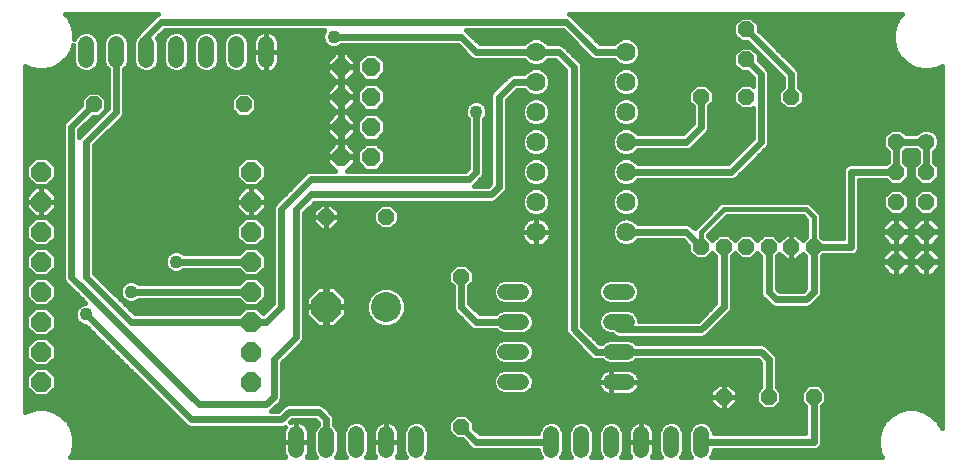
<source format=gbl>
G75*
%MOIN*%
%OFA0B0*%
%FSLAX25Y25*%
%IPPOS*%
%LPD*%
%AMOC8*
5,1,8,0,0,1.08239X$1,22.5*
%
%ADD10C,0.05200*%
%ADD11C,0.05600*%
%ADD12OC8,0.05600*%
%ADD13C,0.06400*%
%ADD14OC8,0.05200*%
%ADD15OC8,0.06600*%
%ADD16OC8,0.06000*%
%ADD17C,0.10000*%
%ADD18OC8,0.10000*%
%ADD19C,0.04356*%
%ADD20C,0.02400*%
%ADD21C,0.01600*%
D10*
X0101800Y0019200D02*
X0101800Y0024400D01*
X0111800Y0024400D02*
X0111800Y0019200D01*
X0121800Y0019200D02*
X0121800Y0024400D01*
X0131800Y0024400D02*
X0131800Y0019200D01*
X0141800Y0019200D02*
X0141800Y0024400D01*
X0171600Y0041800D02*
X0176800Y0041800D01*
X0176800Y0051800D02*
X0171600Y0051800D01*
X0171600Y0061800D02*
X0176800Y0061800D01*
X0176800Y0071800D02*
X0171600Y0071800D01*
X0206800Y0071800D02*
X0212000Y0071800D01*
X0212000Y0061800D02*
X0206800Y0061800D01*
X0206800Y0051800D02*
X0212000Y0051800D01*
X0212000Y0041800D02*
X0206800Y0041800D01*
X0206800Y0024400D02*
X0206800Y0019200D01*
X0216800Y0019200D02*
X0216800Y0024400D01*
X0226800Y0024400D02*
X0226800Y0019200D01*
X0236800Y0019200D02*
X0236800Y0024400D01*
X0196800Y0024400D02*
X0196800Y0019200D01*
X0186800Y0019200D02*
X0186800Y0024400D01*
X0091800Y0149200D02*
X0091800Y0154400D01*
X0081800Y0154400D02*
X0081800Y0149200D01*
X0071800Y0149200D02*
X0071800Y0154400D01*
X0061800Y0154400D02*
X0061800Y0149200D01*
X0051800Y0149200D02*
X0051800Y0154400D01*
X0041800Y0154400D02*
X0041800Y0149200D01*
X0031800Y0149200D02*
X0031800Y0154400D01*
D11*
X0311800Y0121800D03*
D12*
X0301800Y0121800D03*
X0301800Y0111800D03*
X0311800Y0111800D03*
X0311800Y0101800D03*
X0301800Y0101800D03*
X0301800Y0091800D03*
X0311800Y0091800D03*
X0311800Y0081800D03*
X0301800Y0081800D03*
D13*
X0211800Y0091800D03*
X0211800Y0101800D03*
X0211800Y0111800D03*
X0211800Y0121800D03*
X0211800Y0131800D03*
X0211800Y0141800D03*
X0211800Y0151800D03*
X0181800Y0151800D03*
X0181800Y0141800D03*
X0181800Y0131800D03*
X0181800Y0121800D03*
X0181800Y0111800D03*
X0181800Y0101800D03*
X0181800Y0091800D03*
D14*
X0156800Y0076800D03*
X0131800Y0096800D03*
X0111800Y0096800D03*
X0084300Y0134300D03*
X0034300Y0134300D03*
X0236800Y0136800D03*
X0251800Y0136800D03*
X0266800Y0136800D03*
X0251800Y0149300D03*
X0251800Y0159300D03*
X0251800Y0086800D03*
X0244300Y0086800D03*
X0236800Y0086800D03*
X0259300Y0086800D03*
X0266800Y0086800D03*
X0274300Y0086800D03*
X0274300Y0036800D03*
X0259300Y0036800D03*
X0244300Y0036800D03*
X0156800Y0026800D03*
D15*
X0086800Y0041800D03*
X0086800Y0051800D03*
X0086800Y0061800D03*
X0086800Y0071800D03*
X0086800Y0081800D03*
X0086800Y0091800D03*
X0086800Y0101800D03*
X0086800Y0111800D03*
X0016800Y0111800D03*
X0016800Y0101800D03*
X0016800Y0091800D03*
X0016800Y0081800D03*
X0016800Y0071800D03*
X0016800Y0061800D03*
X0016800Y0051800D03*
X0016800Y0041800D03*
D16*
X0116800Y0116800D03*
X0126800Y0116800D03*
X0126800Y0126800D03*
X0116800Y0126800D03*
X0116800Y0136800D03*
X0126800Y0136800D03*
X0126800Y0146800D03*
X0116800Y0146800D03*
D17*
X0131800Y0066800D03*
D18*
X0111800Y0066800D03*
D19*
X0061800Y0081800D03*
X0046800Y0071800D03*
X0031800Y0064300D03*
X0161800Y0131800D03*
X0114300Y0156800D03*
D20*
X0156800Y0156800D01*
X0161800Y0151800D01*
X0181800Y0151800D01*
X0189300Y0151800D01*
X0194300Y0146800D01*
X0194300Y0059300D01*
X0201800Y0051800D01*
X0206800Y0051800D01*
X0256800Y0051800D01*
X0259300Y0049300D01*
X0259300Y0036800D01*
X0274300Y0036800D02*
X0274300Y0021800D01*
X0236800Y0021800D01*
X0186800Y0021800D02*
X0161800Y0021800D01*
X0156800Y0026800D01*
X0111800Y0029300D02*
X0111800Y0021800D01*
X0111800Y0029300D02*
X0109300Y0031800D01*
X0099300Y0031800D01*
X0096800Y0029300D01*
X0066800Y0029300D01*
X0031800Y0064300D01*
X0031800Y0076800D02*
X0046800Y0061800D01*
X0086800Y0061800D01*
X0091800Y0061800D01*
X0096800Y0066800D01*
X0096800Y0099300D01*
X0106800Y0109300D01*
X0159300Y0109300D01*
X0161800Y0111800D01*
X0161800Y0131800D01*
X0169300Y0136800D02*
X0174300Y0141800D01*
X0181800Y0141800D01*
X0169300Y0136800D02*
X0169300Y0106800D01*
X0166800Y0104300D01*
X0106800Y0104300D01*
X0101800Y0099300D01*
X0101800Y0056800D01*
X0094300Y0049300D01*
X0094300Y0036800D01*
X0091800Y0034300D01*
X0069300Y0034300D01*
X0026800Y0076800D01*
X0026800Y0126800D01*
X0034300Y0134300D01*
X0041800Y0131800D02*
X0041800Y0151800D01*
X0051800Y0151800D02*
X0051800Y0156800D01*
X0056800Y0161800D01*
X0191800Y0161800D01*
X0201800Y0151800D01*
X0211800Y0151800D01*
X0236800Y0136800D02*
X0236800Y0126800D01*
X0231800Y0121800D01*
X0211800Y0121800D01*
X0211800Y0111800D02*
X0246800Y0111800D01*
X0256800Y0121800D01*
X0256800Y0144300D01*
X0251800Y0149300D01*
X0251800Y0159300D02*
X0266800Y0144300D01*
X0266800Y0136800D01*
X0301800Y0121800D02*
X0301800Y0111800D01*
X0286800Y0111800D01*
X0286800Y0086800D01*
X0274300Y0086800D01*
X0274300Y0071800D01*
X0271800Y0069300D01*
X0261800Y0069300D01*
X0259300Y0071800D01*
X0259300Y0086800D01*
X0244300Y0086800D02*
X0244300Y0066800D01*
X0236800Y0059300D01*
X0209300Y0059300D01*
X0206800Y0061800D01*
X0176800Y0061800D02*
X0161800Y0061800D01*
X0156800Y0066800D01*
X0156800Y0076800D01*
X0211800Y0091800D02*
X0231800Y0091800D01*
X0236800Y0086800D01*
X0301800Y0121800D02*
X0311800Y0121800D01*
X0311800Y0111800D01*
X0086800Y0081800D02*
X0061800Y0081800D01*
X0046800Y0071800D02*
X0086800Y0071800D01*
X0031800Y0076800D02*
X0031800Y0121800D01*
X0041800Y0131800D01*
D21*
X0027143Y0017516D02*
X0026614Y0016600D01*
X0098250Y0016600D01*
X0098037Y0016894D01*
X0097722Y0017511D01*
X0097508Y0018170D01*
X0097400Y0018854D01*
X0097400Y0021800D01*
X0101800Y0021800D01*
X0101800Y0021800D01*
X0101800Y0028800D01*
X0102146Y0028800D01*
X0102830Y0028692D01*
X0103489Y0028478D01*
X0104106Y0028163D01*
X0104666Y0027756D01*
X0105156Y0027266D01*
X0105563Y0026706D01*
X0105878Y0026089D01*
X0106092Y0025430D01*
X0106200Y0024746D01*
X0106200Y0021800D01*
X0101800Y0021800D01*
X0101800Y0021800D01*
X0101800Y0028800D01*
X0101454Y0028800D01*
X0100770Y0028692D01*
X0100111Y0028478D01*
X0099757Y0028297D01*
X0100460Y0029000D01*
X0108140Y0029000D01*
X0109000Y0028140D01*
X0109000Y0027540D01*
X0108239Y0026779D01*
X0107600Y0025235D01*
X0107600Y0018365D01*
X0108239Y0016821D01*
X0108460Y0016600D01*
X0105350Y0016600D01*
X0105563Y0016894D01*
X0105878Y0017511D01*
X0106092Y0018170D01*
X0106200Y0018854D01*
X0106200Y0021800D01*
X0101800Y0021800D01*
X0101800Y0021800D01*
X0097400Y0021800D01*
X0097400Y0024746D01*
X0097508Y0025430D01*
X0097722Y0026089D01*
X0098037Y0026706D01*
X0098115Y0026814D01*
X0097357Y0026500D01*
X0066243Y0026500D01*
X0065214Y0026926D01*
X0031618Y0060522D01*
X0031049Y0060522D01*
X0029660Y0061097D01*
X0028597Y0062160D01*
X0028022Y0063549D01*
X0028022Y0065051D01*
X0028597Y0066440D01*
X0029660Y0067503D01*
X0031049Y0068078D01*
X0031562Y0068078D01*
X0024426Y0075214D01*
X0024000Y0076243D01*
X0024000Y0127357D01*
X0024426Y0128386D01*
X0030100Y0134060D01*
X0030100Y0136040D01*
X0032560Y0138500D01*
X0036040Y0138500D01*
X0038500Y0136040D01*
X0038500Y0132560D01*
X0036040Y0130100D01*
X0034060Y0130100D01*
X0029600Y0125640D01*
X0029600Y0123560D01*
X0039000Y0132960D01*
X0039000Y0146060D01*
X0038239Y0146821D01*
X0037600Y0148365D01*
X0037600Y0155235D01*
X0038239Y0156779D01*
X0039421Y0157961D01*
X0040965Y0158600D01*
X0042635Y0158600D01*
X0044179Y0157961D01*
X0045361Y0156779D01*
X0046000Y0155235D01*
X0046000Y0148365D01*
X0045361Y0146821D01*
X0044600Y0146060D01*
X0044600Y0131243D01*
X0044174Y0130214D01*
X0043386Y0129426D01*
X0034600Y0120640D01*
X0034600Y0077960D01*
X0047960Y0064600D01*
X0082670Y0064600D01*
X0084770Y0066700D01*
X0088830Y0066700D01*
X0090785Y0064745D01*
X0094000Y0067960D01*
X0094000Y0099857D01*
X0094426Y0100886D01*
X0095214Y0101674D01*
X0105214Y0111674D01*
X0106243Y0112100D01*
X0114712Y0112100D01*
X0112000Y0114812D01*
X0112000Y0116600D01*
X0116600Y0116600D01*
X0116600Y0117000D01*
X0116600Y0121600D01*
X0114812Y0121600D01*
X0112000Y0118788D01*
X0112000Y0117000D01*
X0116600Y0117000D01*
X0117000Y0117000D01*
X0117000Y0121600D01*
X0118788Y0121600D01*
X0121600Y0118788D01*
X0121600Y0117000D01*
X0117000Y0117000D01*
X0117000Y0116600D01*
X0121600Y0116600D01*
X0121600Y0114812D01*
X0118888Y0112100D01*
X0158140Y0112100D01*
X0159000Y0112960D01*
X0159000Y0129257D01*
X0158597Y0129660D01*
X0158022Y0131049D01*
X0158022Y0132551D01*
X0158597Y0133940D01*
X0159660Y0135003D01*
X0161049Y0135578D01*
X0162551Y0135578D01*
X0163940Y0135003D01*
X0165003Y0133940D01*
X0165578Y0132551D01*
X0165578Y0131049D01*
X0165003Y0129660D01*
X0164600Y0129257D01*
X0164600Y0111243D01*
X0164174Y0110214D01*
X0161674Y0107714D01*
X0161674Y0107714D01*
X0161060Y0107100D01*
X0165640Y0107100D01*
X0166500Y0107960D01*
X0166500Y0137357D01*
X0166926Y0138386D01*
X0171926Y0143386D01*
X0172714Y0144174D01*
X0173743Y0144600D01*
X0177812Y0144600D01*
X0179081Y0145869D01*
X0180845Y0146600D01*
X0182755Y0146600D01*
X0184519Y0145869D01*
X0185869Y0144519D01*
X0186600Y0142755D01*
X0186600Y0140845D01*
X0185869Y0139081D01*
X0184519Y0137731D01*
X0182755Y0137000D01*
X0180845Y0137000D01*
X0179081Y0137731D01*
X0177812Y0139000D01*
X0175460Y0139000D01*
X0172100Y0135640D01*
X0172100Y0106243D01*
X0171674Y0105214D01*
X0170886Y0104426D01*
X0168386Y0101926D01*
X0167357Y0101500D01*
X0107960Y0101500D01*
X0104600Y0098140D01*
X0104600Y0056243D01*
X0104174Y0055214D01*
X0103386Y0054426D01*
X0097100Y0048140D01*
X0097100Y0036243D01*
X0096674Y0035214D01*
X0094174Y0032714D01*
X0093560Y0032100D01*
X0095640Y0032100D01*
X0097714Y0034174D01*
X0098743Y0034600D01*
X0109857Y0034600D01*
X0110886Y0034174D01*
X0111674Y0033386D01*
X0114174Y0030886D01*
X0114600Y0029857D01*
X0114600Y0027540D01*
X0115361Y0026779D01*
X0116000Y0025235D01*
X0116000Y0018365D01*
X0115361Y0016821D01*
X0115140Y0016600D01*
X0118460Y0016600D01*
X0118239Y0016821D01*
X0117600Y0018365D01*
X0117600Y0025235D01*
X0118239Y0026779D01*
X0119421Y0027961D01*
X0120965Y0028600D01*
X0122635Y0028600D01*
X0124179Y0027961D01*
X0125361Y0026779D01*
X0126000Y0025235D01*
X0126000Y0018365D01*
X0125361Y0016821D01*
X0125140Y0016600D01*
X0128250Y0016600D01*
X0128037Y0016894D01*
X0127722Y0017511D01*
X0127508Y0018170D01*
X0127400Y0018854D01*
X0127400Y0021800D01*
X0131800Y0021800D01*
X0131800Y0021800D01*
X0131800Y0028800D01*
X0132146Y0028800D01*
X0132830Y0028692D01*
X0133489Y0028478D01*
X0134106Y0028163D01*
X0134666Y0027756D01*
X0135156Y0027266D01*
X0135563Y0026706D01*
X0135878Y0026089D01*
X0136092Y0025430D01*
X0136200Y0024746D01*
X0136200Y0021800D01*
X0131800Y0021800D01*
X0131800Y0021800D01*
X0131800Y0021800D01*
X0131800Y0028800D01*
X0131454Y0028800D01*
X0130770Y0028692D01*
X0130111Y0028478D01*
X0129494Y0028163D01*
X0128934Y0027756D01*
X0128444Y0027266D01*
X0128037Y0026706D01*
X0127722Y0026089D01*
X0127508Y0025430D01*
X0127400Y0024746D01*
X0127400Y0021800D01*
X0131800Y0021800D01*
X0136200Y0021800D01*
X0136200Y0018854D01*
X0136092Y0018170D01*
X0135878Y0017511D01*
X0135563Y0016894D01*
X0135350Y0016600D01*
X0138460Y0016600D01*
X0138239Y0016821D01*
X0137600Y0018365D01*
X0137600Y0025235D01*
X0138239Y0026779D01*
X0139421Y0027961D01*
X0140965Y0028600D01*
X0142635Y0028600D01*
X0144179Y0027961D01*
X0145361Y0026779D01*
X0146000Y0025235D01*
X0146000Y0018365D01*
X0145361Y0016821D01*
X0145140Y0016600D01*
X0183460Y0016600D01*
X0183239Y0016821D01*
X0182600Y0018365D01*
X0182600Y0019000D01*
X0161243Y0019000D01*
X0160214Y0019426D01*
X0157040Y0022600D01*
X0155060Y0022600D01*
X0152600Y0025060D01*
X0152600Y0028540D01*
X0155060Y0031000D01*
X0158540Y0031000D01*
X0161000Y0028540D01*
X0161000Y0026560D01*
X0162960Y0024600D01*
X0182600Y0024600D01*
X0182600Y0025235D01*
X0183239Y0026779D01*
X0184421Y0027961D01*
X0185965Y0028600D01*
X0187635Y0028600D01*
X0189179Y0027961D01*
X0190361Y0026779D01*
X0191000Y0025235D01*
X0191000Y0018365D01*
X0190361Y0016821D01*
X0190140Y0016600D01*
X0193460Y0016600D01*
X0193239Y0016821D01*
X0192600Y0018365D01*
X0192600Y0025235D01*
X0193239Y0026779D01*
X0194421Y0027961D01*
X0195965Y0028600D01*
X0197635Y0028600D01*
X0199179Y0027961D01*
X0200361Y0026779D01*
X0201000Y0025235D01*
X0201000Y0018365D01*
X0200361Y0016821D01*
X0200140Y0016600D01*
X0203460Y0016600D01*
X0203239Y0016821D01*
X0202600Y0018365D01*
X0202600Y0025235D01*
X0203239Y0026779D01*
X0204421Y0027961D01*
X0205965Y0028600D01*
X0207635Y0028600D01*
X0209179Y0027961D01*
X0210361Y0026779D01*
X0211000Y0025235D01*
X0211000Y0018365D01*
X0210361Y0016821D01*
X0210140Y0016600D01*
X0213250Y0016600D01*
X0213037Y0016894D01*
X0212722Y0017511D01*
X0212508Y0018170D01*
X0212400Y0018854D01*
X0212400Y0021800D01*
X0216800Y0021800D01*
X0216800Y0021800D01*
X0216800Y0028800D01*
X0217146Y0028800D01*
X0217830Y0028692D01*
X0218489Y0028478D01*
X0219106Y0028163D01*
X0219666Y0027756D01*
X0220156Y0027266D01*
X0220563Y0026706D01*
X0220878Y0026089D01*
X0221092Y0025430D01*
X0221200Y0024746D01*
X0221200Y0021800D01*
X0216800Y0021800D01*
X0216800Y0021800D01*
X0216800Y0021800D01*
X0216800Y0028800D01*
X0216454Y0028800D01*
X0215770Y0028692D01*
X0215111Y0028478D01*
X0214494Y0028163D01*
X0213934Y0027756D01*
X0213444Y0027266D01*
X0213037Y0026706D01*
X0212722Y0026089D01*
X0212508Y0025430D01*
X0212400Y0024746D01*
X0212400Y0021800D01*
X0216800Y0021800D01*
X0221200Y0021800D01*
X0221200Y0018854D01*
X0221092Y0018170D01*
X0220878Y0017511D01*
X0220563Y0016894D01*
X0220350Y0016600D01*
X0223460Y0016600D01*
X0223239Y0016821D01*
X0222600Y0018365D01*
X0222600Y0025235D01*
X0223239Y0026779D01*
X0224421Y0027961D01*
X0225965Y0028600D01*
X0227635Y0028600D01*
X0229179Y0027961D01*
X0230361Y0026779D01*
X0231000Y0025235D01*
X0231000Y0018365D01*
X0230361Y0016821D01*
X0230140Y0016600D01*
X0233460Y0016600D01*
X0233239Y0016821D01*
X0232600Y0018365D01*
X0232600Y0025235D01*
X0233239Y0026779D01*
X0234421Y0027961D01*
X0235965Y0028600D01*
X0237635Y0028600D01*
X0239179Y0027961D01*
X0240361Y0026779D01*
X0241000Y0025235D01*
X0241000Y0024600D01*
X0271500Y0024600D01*
X0271500Y0033660D01*
X0270100Y0035060D01*
X0270100Y0038540D01*
X0272560Y0041000D01*
X0276040Y0041000D01*
X0278500Y0038540D01*
X0278500Y0035060D01*
X0277100Y0033660D01*
X0277100Y0021243D01*
X0276674Y0020214D01*
X0275886Y0019426D01*
X0274857Y0019000D01*
X0241000Y0019000D01*
X0241000Y0018365D01*
X0240361Y0016821D01*
X0240140Y0016600D01*
X0296986Y0016600D01*
X0296457Y0017516D01*
X0295701Y0020339D01*
X0295701Y0023261D01*
X0296457Y0026084D01*
X0297918Y0028615D01*
X0299985Y0030682D01*
X0302516Y0032143D01*
X0305339Y0032899D01*
X0308261Y0032899D01*
X0311084Y0032143D01*
X0313615Y0030682D01*
X0315682Y0028615D01*
X0316961Y0026400D01*
X0316961Y0146963D01*
X0316084Y0146457D01*
X0313261Y0145701D01*
X0310339Y0145701D01*
X0307516Y0146457D01*
X0304985Y0147918D01*
X0302918Y0149985D01*
X0301457Y0152516D01*
X0300701Y0155339D01*
X0300701Y0158261D01*
X0301457Y0161084D01*
X0302918Y0163615D01*
X0303784Y0164480D01*
X0192646Y0164480D01*
X0193386Y0164174D01*
X0194174Y0163386D01*
X0194174Y0163386D01*
X0202960Y0154600D01*
X0207812Y0154600D01*
X0209081Y0155869D01*
X0210845Y0156600D01*
X0212755Y0156600D01*
X0214519Y0155869D01*
X0215869Y0154519D01*
X0216600Y0152755D01*
X0216600Y0150845D01*
X0215869Y0149081D01*
X0214519Y0147731D01*
X0212755Y0147000D01*
X0210845Y0147000D01*
X0209081Y0147731D01*
X0207812Y0149000D01*
X0201243Y0149000D01*
X0200214Y0149426D01*
X0199426Y0150214D01*
X0190640Y0159000D01*
X0158560Y0159000D01*
X0159174Y0158386D01*
X0162960Y0154600D01*
X0177812Y0154600D01*
X0179081Y0155869D01*
X0180845Y0156600D01*
X0182755Y0156600D01*
X0184519Y0155869D01*
X0185788Y0154600D01*
X0189857Y0154600D01*
X0190886Y0154174D01*
X0191674Y0153386D01*
X0196674Y0148386D01*
X0197100Y0147357D01*
X0197100Y0060460D01*
X0202960Y0054600D01*
X0203660Y0054600D01*
X0204421Y0055361D01*
X0205965Y0056000D01*
X0212835Y0056000D01*
X0214379Y0055361D01*
X0215140Y0054600D01*
X0257357Y0054600D01*
X0258386Y0054174D01*
X0260886Y0051674D01*
X0261674Y0050886D01*
X0262100Y0049857D01*
X0262100Y0039940D01*
X0263500Y0038540D01*
X0263500Y0035060D01*
X0261040Y0032600D01*
X0257560Y0032600D01*
X0255100Y0035060D01*
X0255100Y0038540D01*
X0256500Y0039940D01*
X0256500Y0048140D01*
X0255640Y0049000D01*
X0215140Y0049000D01*
X0214379Y0048239D01*
X0212835Y0047600D01*
X0205965Y0047600D01*
X0204421Y0048239D01*
X0203660Y0049000D01*
X0201243Y0049000D01*
X0200214Y0049426D01*
X0192714Y0056926D01*
X0191926Y0057714D01*
X0191500Y0058743D01*
X0191500Y0145640D01*
X0188140Y0149000D01*
X0185788Y0149000D01*
X0184519Y0147731D01*
X0182755Y0147000D01*
X0180845Y0147000D01*
X0179081Y0147731D01*
X0177812Y0149000D01*
X0161243Y0149000D01*
X0160214Y0149426D01*
X0155640Y0154000D01*
X0116843Y0154000D01*
X0116440Y0153597D01*
X0115051Y0153022D01*
X0113549Y0153022D01*
X0112160Y0153597D01*
X0111097Y0154660D01*
X0110522Y0156049D01*
X0110522Y0157551D01*
X0111097Y0158940D01*
X0111157Y0159000D01*
X0057960Y0159000D01*
X0055471Y0156512D01*
X0056000Y0155235D01*
X0056000Y0148365D01*
X0055361Y0146821D01*
X0054179Y0145639D01*
X0052635Y0145000D01*
X0050965Y0145000D01*
X0049421Y0145639D01*
X0048239Y0146821D01*
X0047600Y0148365D01*
X0047600Y0155235D01*
X0048239Y0156779D01*
X0049129Y0157669D01*
X0049426Y0158386D01*
X0050214Y0159174D01*
X0055214Y0164174D01*
X0055954Y0164480D01*
X0024816Y0164480D01*
X0025682Y0163615D01*
X0027143Y0161084D01*
X0027899Y0158261D01*
X0027899Y0155958D01*
X0028239Y0156779D01*
X0029421Y0157961D01*
X0030965Y0158600D01*
X0032635Y0158600D01*
X0034179Y0157961D01*
X0035361Y0156779D01*
X0036000Y0155235D01*
X0036000Y0148365D01*
X0035361Y0146821D01*
X0034179Y0145639D01*
X0032635Y0145000D01*
X0030965Y0145000D01*
X0029421Y0145639D01*
X0028239Y0146821D01*
X0027600Y0148365D01*
X0027600Y0154222D01*
X0027143Y0152516D01*
X0025682Y0149985D01*
X0023615Y0147918D01*
X0021084Y0146457D01*
X0018261Y0145701D01*
X0015339Y0145701D01*
X0012516Y0146457D01*
X0011600Y0146986D01*
X0011600Y0031614D01*
X0012516Y0032143D01*
X0015339Y0032899D01*
X0018261Y0032899D01*
X0021084Y0032143D01*
X0023615Y0030682D01*
X0025682Y0028615D01*
X0027143Y0026084D01*
X0027899Y0023261D01*
X0027899Y0020339D01*
X0027143Y0017516D01*
X0027325Y0018194D02*
X0097504Y0018194D01*
X0097400Y0019793D02*
X0027753Y0019793D01*
X0027899Y0021391D02*
X0097400Y0021391D01*
X0097400Y0022990D02*
X0027899Y0022990D01*
X0027544Y0024588D02*
X0097400Y0024588D01*
X0097772Y0026187D02*
X0027084Y0026187D01*
X0026161Y0027785D02*
X0064355Y0027785D01*
X0062757Y0029384D02*
X0024913Y0029384D01*
X0023094Y0030982D02*
X0061158Y0030982D01*
X0059560Y0032581D02*
X0019450Y0032581D01*
X0018830Y0036900D02*
X0014770Y0036900D01*
X0011900Y0039770D01*
X0011900Y0043830D01*
X0014770Y0046700D01*
X0018830Y0046700D01*
X0021700Y0043830D01*
X0021700Y0039770D01*
X0018830Y0036900D01*
X0019306Y0037376D02*
X0054764Y0037376D01*
X0056363Y0035778D02*
X0011600Y0035778D01*
X0011600Y0037376D02*
X0014294Y0037376D01*
X0012696Y0038975D02*
X0011600Y0038975D01*
X0011600Y0040573D02*
X0011900Y0040573D01*
X0011900Y0042172D02*
X0011600Y0042172D01*
X0011600Y0043770D02*
X0011900Y0043770D01*
X0011600Y0045369D02*
X0013439Y0045369D01*
X0014770Y0046900D02*
X0018830Y0046900D01*
X0021700Y0049770D01*
X0021700Y0053830D01*
X0018830Y0056700D01*
X0014770Y0056700D01*
X0011900Y0053830D01*
X0011900Y0049770D01*
X0014770Y0046900D01*
X0014703Y0046967D02*
X0011600Y0046967D01*
X0011600Y0048566D02*
X0013105Y0048566D01*
X0011900Y0050164D02*
X0011600Y0050164D01*
X0011600Y0051763D02*
X0011900Y0051763D01*
X0011900Y0053361D02*
X0011600Y0053361D01*
X0011600Y0054960D02*
X0013030Y0054960D01*
X0011600Y0056558D02*
X0014629Y0056558D01*
X0014770Y0056900D02*
X0018830Y0056900D01*
X0021700Y0059770D01*
X0021700Y0063830D01*
X0018830Y0066700D01*
X0014770Y0066700D01*
X0011900Y0063830D01*
X0011900Y0059770D01*
X0014770Y0056900D01*
X0013514Y0058157D02*
X0011600Y0058157D01*
X0011600Y0059755D02*
X0011915Y0059755D01*
X0011900Y0061354D02*
X0011600Y0061354D01*
X0011600Y0062952D02*
X0011900Y0062952D01*
X0011600Y0064551D02*
X0012621Y0064551D01*
X0011600Y0066149D02*
X0014220Y0066149D01*
X0014770Y0066900D02*
X0018830Y0066900D01*
X0021700Y0069770D01*
X0021700Y0073830D01*
X0018830Y0076700D01*
X0014770Y0076700D01*
X0011900Y0073830D01*
X0011900Y0069770D01*
X0014770Y0066900D01*
X0013922Y0067748D02*
X0011600Y0067748D01*
X0011600Y0069346D02*
X0012324Y0069346D01*
X0011900Y0070945D02*
X0011600Y0070945D01*
X0011600Y0072543D02*
X0011900Y0072543D01*
X0011600Y0074142D02*
X0012212Y0074142D01*
X0011600Y0075740D02*
X0013811Y0075740D01*
X0014770Y0076900D02*
X0018830Y0076900D01*
X0021700Y0079770D01*
X0021700Y0083830D01*
X0018830Y0086700D01*
X0014770Y0086700D01*
X0011900Y0083830D01*
X0011900Y0079770D01*
X0014770Y0076900D01*
X0014331Y0077339D02*
X0011600Y0077339D01*
X0011600Y0078937D02*
X0012733Y0078937D01*
X0011900Y0080536D02*
X0011600Y0080536D01*
X0011600Y0082134D02*
X0011900Y0082134D01*
X0011900Y0083733D02*
X0011600Y0083733D01*
X0011600Y0085332D02*
X0013402Y0085332D01*
X0014770Y0086900D02*
X0018830Y0086900D01*
X0021700Y0089770D01*
X0021700Y0093830D01*
X0018830Y0096700D01*
X0014770Y0096700D01*
X0011900Y0093830D01*
X0011900Y0089770D01*
X0014770Y0086900D01*
X0014740Y0086930D02*
X0011600Y0086930D01*
X0011600Y0088529D02*
X0013142Y0088529D01*
X0011900Y0090127D02*
X0011600Y0090127D01*
X0011600Y0091726D02*
X0011900Y0091726D01*
X0011900Y0093324D02*
X0011600Y0093324D01*
X0011600Y0094923D02*
X0012993Y0094923D01*
X0011600Y0096521D02*
X0014591Y0096521D01*
X0014688Y0096700D02*
X0016800Y0096700D01*
X0018912Y0096700D01*
X0021900Y0099688D01*
X0021900Y0101800D01*
X0021900Y0103912D01*
X0018912Y0106900D01*
X0016800Y0106900D01*
X0016800Y0101800D01*
X0021900Y0101800D01*
X0016800Y0101800D01*
X0016800Y0101800D01*
X0016800Y0101800D01*
X0016800Y0096700D01*
X0016800Y0101800D01*
X0016800Y0101800D01*
X0016800Y0101800D01*
X0011700Y0101800D01*
X0011700Y0103912D01*
X0014688Y0106900D01*
X0016800Y0106900D01*
X0016800Y0101800D01*
X0011700Y0101800D01*
X0011700Y0099688D01*
X0014688Y0096700D01*
X0013268Y0098120D02*
X0011600Y0098120D01*
X0011600Y0099718D02*
X0011700Y0099718D01*
X0011700Y0101317D02*
X0011600Y0101317D01*
X0011600Y0102915D02*
X0011700Y0102915D01*
X0011600Y0104514D02*
X0012301Y0104514D01*
X0011600Y0106112D02*
X0013900Y0106112D01*
X0014770Y0106900D02*
X0018830Y0106900D01*
X0021700Y0109770D01*
X0021700Y0113830D01*
X0018830Y0116700D01*
X0014770Y0116700D01*
X0011900Y0113830D01*
X0011900Y0109770D01*
X0014770Y0106900D01*
X0013960Y0107711D02*
X0011600Y0107711D01*
X0011600Y0109309D02*
X0012361Y0109309D01*
X0011900Y0110908D02*
X0011600Y0110908D01*
X0011600Y0112506D02*
X0011900Y0112506D01*
X0012175Y0114105D02*
X0011600Y0114105D01*
X0011600Y0115703D02*
X0013774Y0115703D01*
X0011600Y0117302D02*
X0024000Y0117302D01*
X0024000Y0118900D02*
X0011600Y0118900D01*
X0011600Y0120499D02*
X0024000Y0120499D01*
X0024000Y0122097D02*
X0011600Y0122097D01*
X0011600Y0123696D02*
X0024000Y0123696D01*
X0024000Y0125294D02*
X0011600Y0125294D01*
X0011600Y0126893D02*
X0024000Y0126893D01*
X0024532Y0128491D02*
X0011600Y0128491D01*
X0011600Y0130090D02*
X0026130Y0130090D01*
X0027729Y0131688D02*
X0011600Y0131688D01*
X0011600Y0133287D02*
X0029327Y0133287D01*
X0030100Y0134885D02*
X0011600Y0134885D01*
X0011600Y0136484D02*
X0030544Y0136484D01*
X0032143Y0138082D02*
X0011600Y0138082D01*
X0011600Y0139681D02*
X0039000Y0139681D01*
X0039000Y0141279D02*
X0011600Y0141279D01*
X0011600Y0142878D02*
X0039000Y0142878D01*
X0039000Y0144476D02*
X0011600Y0144476D01*
X0011600Y0146075D02*
X0013942Y0146075D01*
X0019658Y0146075D02*
X0028985Y0146075D01*
X0027886Y0147673D02*
X0023191Y0147673D01*
X0024969Y0149272D02*
X0027600Y0149272D01*
X0027600Y0150870D02*
X0026193Y0150870D01*
X0027116Y0152469D02*
X0027600Y0152469D01*
X0027559Y0154068D02*
X0027600Y0154068D01*
X0027899Y0157265D02*
X0028725Y0157265D01*
X0027738Y0158863D02*
X0049903Y0158863D01*
X0048725Y0157265D02*
X0044875Y0157265D01*
X0045822Y0155666D02*
X0047778Y0155666D01*
X0047600Y0154068D02*
X0046000Y0154068D01*
X0046000Y0152469D02*
X0047600Y0152469D01*
X0047600Y0150870D02*
X0046000Y0150870D01*
X0046000Y0149272D02*
X0047600Y0149272D01*
X0047886Y0147673D02*
X0045714Y0147673D01*
X0044615Y0146075D02*
X0048985Y0146075D01*
X0044600Y0144476D02*
X0112335Y0144476D01*
X0112000Y0144812D02*
X0114812Y0142000D01*
X0116600Y0142000D01*
X0116600Y0146600D01*
X0112000Y0146600D01*
X0112000Y0144812D01*
X0112000Y0146075D02*
X0094897Y0146075D01*
X0094666Y0145844D02*
X0095156Y0146334D01*
X0095563Y0146894D01*
X0095878Y0147511D01*
X0096092Y0148170D01*
X0096200Y0148854D01*
X0096200Y0151800D01*
X0096200Y0154746D01*
X0096092Y0155430D01*
X0095878Y0156089D01*
X0095563Y0156706D01*
X0095156Y0157266D01*
X0094666Y0157756D01*
X0094106Y0158163D01*
X0093489Y0158478D01*
X0092830Y0158692D01*
X0092146Y0158800D01*
X0091800Y0158800D01*
X0091800Y0151800D01*
X0096200Y0151800D01*
X0091800Y0151800D01*
X0091800Y0151800D01*
X0091800Y0151800D01*
X0091800Y0144800D01*
X0092146Y0144800D01*
X0092830Y0144908D01*
X0093489Y0145122D01*
X0094106Y0145437D01*
X0094666Y0145844D01*
X0095930Y0147673D02*
X0112000Y0147673D01*
X0112000Y0147000D02*
X0116600Y0147000D01*
X0116600Y0151600D01*
X0114812Y0151600D01*
X0112000Y0148788D01*
X0112000Y0147000D01*
X0112484Y0149272D02*
X0096200Y0149272D01*
X0096200Y0150870D02*
X0114082Y0150870D01*
X0116600Y0150870D02*
X0117000Y0150870D01*
X0117000Y0151600D02*
X0117000Y0147000D01*
X0116600Y0147000D01*
X0116600Y0146600D01*
X0117000Y0146600D01*
X0117000Y0147000D01*
X0121600Y0147000D01*
X0121600Y0148788D01*
X0118788Y0151600D01*
X0117000Y0151600D01*
X0117000Y0149272D02*
X0116600Y0149272D01*
X0116600Y0147673D02*
X0117000Y0147673D01*
X0117000Y0146600D02*
X0121600Y0146600D01*
X0121600Y0144812D01*
X0118788Y0142000D01*
X0117000Y0142000D01*
X0117000Y0146600D01*
X0117000Y0146075D02*
X0116600Y0146075D01*
X0116600Y0144476D02*
X0117000Y0144476D01*
X0117000Y0142878D02*
X0116600Y0142878D01*
X0116600Y0141600D02*
X0114812Y0141600D01*
X0112000Y0138788D01*
X0112000Y0137000D01*
X0116600Y0137000D01*
X0116600Y0141600D01*
X0116600Y0141279D02*
X0117000Y0141279D01*
X0117000Y0141600D02*
X0117000Y0137000D01*
X0116600Y0137000D01*
X0116600Y0136600D01*
X0112000Y0136600D01*
X0112000Y0134812D01*
X0114812Y0132000D01*
X0116600Y0132000D01*
X0116600Y0136600D01*
X0117000Y0136600D01*
X0117000Y0137000D01*
X0121600Y0137000D01*
X0121600Y0138788D01*
X0118788Y0141600D01*
X0117000Y0141600D01*
X0117000Y0139681D02*
X0116600Y0139681D01*
X0116600Y0138082D02*
X0117000Y0138082D01*
X0117000Y0136600D02*
X0121600Y0136600D01*
X0121600Y0134812D01*
X0118788Y0132000D01*
X0117000Y0132000D01*
X0117000Y0136600D01*
X0117000Y0136484D02*
X0116600Y0136484D01*
X0116600Y0134885D02*
X0117000Y0134885D01*
X0117000Y0133287D02*
X0116600Y0133287D01*
X0116600Y0131600D02*
X0114812Y0131600D01*
X0112000Y0128788D01*
X0112000Y0127000D01*
X0116600Y0127000D01*
X0116600Y0131600D01*
X0117000Y0131600D02*
X0117000Y0127000D01*
X0116600Y0127000D01*
X0116600Y0126600D01*
X0112000Y0126600D01*
X0112000Y0124812D01*
X0114812Y0122000D01*
X0116600Y0122000D01*
X0116600Y0126600D01*
X0117000Y0126600D01*
X0117000Y0127000D01*
X0121600Y0127000D01*
X0121600Y0128788D01*
X0118788Y0131600D01*
X0117000Y0131600D01*
X0117000Y0130090D02*
X0116600Y0130090D01*
X0116600Y0128491D02*
X0117000Y0128491D01*
X0117000Y0126893D02*
X0122200Y0126893D01*
X0121600Y0126600D02*
X0117000Y0126600D01*
X0117000Y0122000D01*
X0118788Y0122000D01*
X0121600Y0124812D01*
X0121600Y0126600D01*
X0121600Y0125294D02*
X0122200Y0125294D01*
X0122200Y0124895D02*
X0124895Y0122200D01*
X0128705Y0122200D01*
X0131400Y0124895D01*
X0131400Y0128705D01*
X0128705Y0131400D01*
X0124895Y0131400D01*
X0122200Y0128705D01*
X0122200Y0124895D01*
X0123399Y0123696D02*
X0120484Y0123696D01*
X0118885Y0122097D02*
X0159000Y0122097D01*
X0159000Y0120499D02*
X0129607Y0120499D01*
X0128705Y0121400D02*
X0131400Y0118705D01*
X0131400Y0114895D01*
X0128705Y0112200D01*
X0124895Y0112200D01*
X0122200Y0114895D01*
X0122200Y0118705D01*
X0124895Y0121400D01*
X0128705Y0121400D01*
X0131205Y0118900D02*
X0159000Y0118900D01*
X0159000Y0117302D02*
X0131400Y0117302D01*
X0131400Y0115703D02*
X0159000Y0115703D01*
X0159000Y0114105D02*
X0130610Y0114105D01*
X0129012Y0112506D02*
X0158546Y0112506D01*
X0163269Y0109309D02*
X0166500Y0109309D01*
X0166500Y0110908D02*
X0164461Y0110908D01*
X0164600Y0112506D02*
X0166500Y0112506D01*
X0166500Y0114105D02*
X0164600Y0114105D01*
X0164600Y0115703D02*
X0166500Y0115703D01*
X0166500Y0117302D02*
X0164600Y0117302D01*
X0164600Y0118900D02*
X0166500Y0118900D01*
X0166500Y0120499D02*
X0164600Y0120499D01*
X0164600Y0122097D02*
X0166500Y0122097D01*
X0166500Y0123696D02*
X0164600Y0123696D01*
X0164600Y0125294D02*
X0166500Y0125294D01*
X0166500Y0126893D02*
X0164600Y0126893D01*
X0164600Y0128491D02*
X0166500Y0128491D01*
X0166500Y0130090D02*
X0165181Y0130090D01*
X0165578Y0131688D02*
X0166500Y0131688D01*
X0166500Y0133287D02*
X0165273Y0133287D01*
X0164057Y0134885D02*
X0166500Y0134885D01*
X0166500Y0136484D02*
X0131400Y0136484D01*
X0131400Y0134895D02*
X0128705Y0132200D01*
X0124895Y0132200D01*
X0122200Y0134895D01*
X0122200Y0138705D01*
X0124895Y0141400D01*
X0128705Y0141400D01*
X0131400Y0138705D01*
X0131400Y0134895D01*
X0131391Y0134885D02*
X0159543Y0134885D01*
X0158327Y0133287D02*
X0129792Y0133287D01*
X0130016Y0130090D02*
X0158419Y0130090D01*
X0158022Y0131688D02*
X0087628Y0131688D01*
X0088500Y0132560D02*
X0086040Y0130100D01*
X0082560Y0130100D01*
X0080100Y0132560D01*
X0080100Y0136040D01*
X0082560Y0138500D01*
X0086040Y0138500D01*
X0088500Y0136040D01*
X0088500Y0132560D01*
X0088500Y0133287D02*
X0113525Y0133287D01*
X0112000Y0134885D02*
X0088500Y0134885D01*
X0088056Y0136484D02*
X0112000Y0136484D01*
X0112000Y0138082D02*
X0086457Y0138082D01*
X0082143Y0138082D02*
X0044600Y0138082D01*
X0044600Y0136484D02*
X0080544Y0136484D01*
X0080100Y0134885D02*
X0044600Y0134885D01*
X0044600Y0133287D02*
X0080100Y0133287D01*
X0080972Y0131688D02*
X0044600Y0131688D01*
X0044050Y0130090D02*
X0113302Y0130090D01*
X0112000Y0128491D02*
X0042451Y0128491D01*
X0040853Y0126893D02*
X0116600Y0126893D01*
X0116600Y0125294D02*
X0117000Y0125294D01*
X0117000Y0123696D02*
X0116600Y0123696D01*
X0116600Y0122097D02*
X0117000Y0122097D01*
X0117000Y0120499D02*
X0116600Y0120499D01*
X0116600Y0118900D02*
X0117000Y0118900D01*
X0117000Y0117302D02*
X0116600Y0117302D01*
X0112000Y0117302D02*
X0034600Y0117302D01*
X0034600Y0118900D02*
X0112112Y0118900D01*
X0113711Y0120499D02*
X0034600Y0120499D01*
X0036057Y0122097D02*
X0114714Y0122097D01*
X0113116Y0123696D02*
X0037656Y0123696D01*
X0039254Y0125294D02*
X0112000Y0125294D01*
X0120298Y0130090D02*
X0123584Y0130090D01*
X0122200Y0128491D02*
X0121600Y0128491D01*
X0120075Y0133287D02*
X0123808Y0133287D01*
X0122209Y0134885D02*
X0121600Y0134885D01*
X0121600Y0136484D02*
X0122200Y0136484D01*
X0122200Y0138082D02*
X0121600Y0138082D01*
X0120707Y0139681D02*
X0123176Y0139681D01*
X0124774Y0141279D02*
X0119109Y0141279D01*
X0119666Y0142878D02*
X0124217Y0142878D01*
X0124895Y0142200D02*
X0128705Y0142200D01*
X0131400Y0144895D01*
X0131400Y0148705D01*
X0128705Y0151400D01*
X0124895Y0151400D01*
X0122200Y0148705D01*
X0122200Y0144895D01*
X0124895Y0142200D01*
X0122618Y0144476D02*
X0121265Y0144476D01*
X0121600Y0146075D02*
X0122200Y0146075D01*
X0122200Y0147673D02*
X0121600Y0147673D01*
X0121116Y0149272D02*
X0122767Y0149272D01*
X0124365Y0150870D02*
X0119518Y0150870D01*
X0111690Y0154068D02*
X0096200Y0154068D01*
X0096200Y0152469D02*
X0157171Y0152469D01*
X0158770Y0150870D02*
X0129235Y0150870D01*
X0130833Y0149272D02*
X0160586Y0149272D01*
X0161894Y0155666D02*
X0178878Y0155666D01*
X0184722Y0155666D02*
X0193974Y0155666D01*
X0192376Y0157265D02*
X0160295Y0157265D01*
X0158697Y0158863D02*
X0190777Y0158863D01*
X0190992Y0154068D02*
X0195573Y0154068D01*
X0197171Y0152469D02*
X0192591Y0152469D01*
X0194189Y0150870D02*
X0198770Y0150870D01*
X0200586Y0149272D02*
X0195788Y0149272D01*
X0196969Y0147673D02*
X0209219Y0147673D01*
X0209578Y0146075D02*
X0197100Y0146075D01*
X0197100Y0144476D02*
X0207713Y0144476D01*
X0207731Y0144519D02*
X0207000Y0142755D01*
X0207000Y0140845D01*
X0207731Y0139081D01*
X0209081Y0137731D01*
X0210845Y0137000D01*
X0212755Y0137000D01*
X0214519Y0137731D01*
X0215869Y0139081D01*
X0216600Y0140845D01*
X0216600Y0142755D01*
X0215869Y0144519D01*
X0214519Y0145869D01*
X0212755Y0146600D01*
X0210845Y0146600D01*
X0209081Y0145869D01*
X0207731Y0144519D01*
X0207051Y0142878D02*
X0197100Y0142878D01*
X0197100Y0141279D02*
X0207000Y0141279D01*
X0207482Y0139681D02*
X0197100Y0139681D01*
X0197100Y0138082D02*
X0208729Y0138082D01*
X0209081Y0135869D02*
X0207731Y0134519D01*
X0207000Y0132755D01*
X0207000Y0130845D01*
X0207731Y0129081D01*
X0209081Y0127731D01*
X0210845Y0127000D01*
X0212755Y0127000D01*
X0214519Y0127731D01*
X0215869Y0129081D01*
X0216600Y0130845D01*
X0216600Y0132755D01*
X0215869Y0134519D01*
X0214519Y0135869D01*
X0212755Y0136600D01*
X0210845Y0136600D01*
X0209081Y0135869D01*
X0208097Y0134885D02*
X0197100Y0134885D01*
X0197100Y0133287D02*
X0207220Y0133287D01*
X0207000Y0131688D02*
X0197100Y0131688D01*
X0197100Y0130090D02*
X0207313Y0130090D01*
X0208320Y0128491D02*
X0197100Y0128491D01*
X0197100Y0126893D02*
X0232933Y0126893D01*
X0234000Y0127960D02*
X0230640Y0124600D01*
X0215788Y0124600D01*
X0214519Y0125869D01*
X0212755Y0126600D01*
X0210845Y0126600D01*
X0209081Y0125869D01*
X0207731Y0124519D01*
X0207000Y0122755D01*
X0207000Y0120845D01*
X0207731Y0119081D01*
X0209081Y0117731D01*
X0210845Y0117000D01*
X0212755Y0117000D01*
X0214519Y0117731D01*
X0215788Y0119000D01*
X0232357Y0119000D01*
X0233386Y0119426D01*
X0234174Y0120214D01*
X0239174Y0125214D01*
X0239600Y0126243D01*
X0239600Y0133660D01*
X0241000Y0135060D01*
X0241000Y0138540D01*
X0238540Y0141000D01*
X0235060Y0141000D01*
X0232600Y0138540D01*
X0232600Y0135060D01*
X0234000Y0133660D01*
X0234000Y0127960D01*
X0234000Y0128491D02*
X0215280Y0128491D01*
X0216287Y0130090D02*
X0234000Y0130090D01*
X0234000Y0131688D02*
X0216600Y0131688D01*
X0216380Y0133287D02*
X0234000Y0133287D01*
X0232775Y0134885D02*
X0215503Y0134885D01*
X0213035Y0136484D02*
X0232600Y0136484D01*
X0232600Y0138082D02*
X0214871Y0138082D01*
X0216118Y0139681D02*
X0233741Y0139681D01*
X0239859Y0139681D02*
X0248741Y0139681D01*
X0247600Y0138540D02*
X0250060Y0141000D01*
X0253540Y0141000D01*
X0254000Y0140540D01*
X0254000Y0143140D01*
X0252040Y0145100D01*
X0250060Y0145100D01*
X0247600Y0147560D01*
X0247600Y0151040D01*
X0250060Y0153500D01*
X0253540Y0153500D01*
X0256000Y0151040D01*
X0256000Y0149060D01*
X0258386Y0146674D01*
X0259174Y0145886D01*
X0259600Y0144857D01*
X0259600Y0121243D01*
X0259174Y0120214D01*
X0249174Y0110214D01*
X0248386Y0109426D01*
X0247357Y0109000D01*
X0215788Y0109000D01*
X0214519Y0107731D01*
X0212755Y0107000D01*
X0210845Y0107000D01*
X0209081Y0107731D01*
X0207731Y0109081D01*
X0207000Y0110845D01*
X0207000Y0112755D01*
X0207731Y0114519D01*
X0209081Y0115869D01*
X0210845Y0116600D01*
X0212755Y0116600D01*
X0214519Y0115869D01*
X0215788Y0114600D01*
X0245640Y0114600D01*
X0254000Y0122960D01*
X0254000Y0133060D01*
X0253540Y0132600D01*
X0250060Y0132600D01*
X0247600Y0135060D01*
X0247600Y0138540D01*
X0247600Y0138082D02*
X0241000Y0138082D01*
X0241000Y0136484D02*
X0247600Y0136484D01*
X0247775Y0134885D02*
X0240825Y0134885D01*
X0239600Y0133287D02*
X0249373Y0133287D01*
X0254000Y0131688D02*
X0239600Y0131688D01*
X0239600Y0130090D02*
X0254000Y0130090D01*
X0254000Y0128491D02*
X0239600Y0128491D01*
X0239600Y0126893D02*
X0254000Y0126893D01*
X0254000Y0125294D02*
X0239207Y0125294D01*
X0237656Y0123696D02*
X0254000Y0123696D01*
X0253137Y0122097D02*
X0236057Y0122097D01*
X0234459Y0120499D02*
X0251539Y0120499D01*
X0249940Y0118900D02*
X0215688Y0118900D01*
X0213483Y0117302D02*
X0248342Y0117302D01*
X0246743Y0115703D02*
X0214685Y0115703D01*
X0210117Y0117302D02*
X0197100Y0117302D01*
X0197100Y0118900D02*
X0207912Y0118900D01*
X0207143Y0120499D02*
X0197100Y0120499D01*
X0197100Y0122097D02*
X0207000Y0122097D01*
X0207390Y0123696D02*
X0197100Y0123696D01*
X0197100Y0125294D02*
X0208506Y0125294D01*
X0215094Y0125294D02*
X0231335Y0125294D01*
X0234174Y0120214D02*
X0234174Y0120214D01*
X0249867Y0110908D02*
X0284000Y0110908D01*
X0284000Y0112357D02*
X0284000Y0089600D01*
X0277440Y0089600D01*
X0276700Y0090340D01*
X0276700Y0097277D01*
X0276335Y0098159D01*
X0273835Y0100659D01*
X0273159Y0101335D01*
X0272277Y0101700D01*
X0243823Y0101700D01*
X0242941Y0101335D01*
X0235441Y0093835D01*
X0234765Y0093159D01*
X0234658Y0092901D01*
X0234174Y0093386D01*
X0233386Y0094174D01*
X0232357Y0094600D01*
X0215788Y0094600D01*
X0214519Y0095869D01*
X0212755Y0096600D01*
X0210845Y0096600D01*
X0209081Y0095869D01*
X0207731Y0094519D01*
X0207000Y0092755D01*
X0207000Y0090845D01*
X0207731Y0089081D01*
X0209081Y0087731D01*
X0210845Y0087000D01*
X0212755Y0087000D01*
X0214519Y0087731D01*
X0215788Y0089000D01*
X0230640Y0089000D01*
X0232600Y0087040D01*
X0232600Y0085060D01*
X0235060Y0082600D01*
X0238540Y0082600D01*
X0240550Y0084610D01*
X0241500Y0083660D01*
X0241500Y0067960D01*
X0235640Y0062100D01*
X0216200Y0062100D01*
X0216200Y0062635D01*
X0215561Y0064179D01*
X0214379Y0065361D01*
X0212835Y0066000D01*
X0205965Y0066000D01*
X0204421Y0065361D01*
X0203239Y0064179D01*
X0202600Y0062635D01*
X0202600Y0060965D01*
X0203239Y0059421D01*
X0204421Y0058239D01*
X0205965Y0057600D01*
X0207040Y0057600D01*
X0207714Y0056926D01*
X0208743Y0056500D01*
X0237357Y0056500D01*
X0238386Y0056926D01*
X0245886Y0064426D01*
X0246674Y0065214D01*
X0247100Y0066243D01*
X0247100Y0083660D01*
X0248050Y0084610D01*
X0250060Y0082600D01*
X0253540Y0082600D01*
X0255550Y0084610D01*
X0256500Y0083660D01*
X0256500Y0071243D01*
X0256926Y0070214D01*
X0259426Y0067714D01*
X0260214Y0066926D01*
X0261243Y0066500D01*
X0272357Y0066500D01*
X0273386Y0066926D01*
X0275886Y0069426D01*
X0276674Y0070214D01*
X0277100Y0071243D01*
X0277100Y0083660D01*
X0277440Y0084000D01*
X0287357Y0084000D01*
X0288386Y0084426D01*
X0289174Y0085214D01*
X0289600Y0086243D01*
X0289600Y0109000D01*
X0298377Y0109000D01*
X0299977Y0107400D01*
X0303623Y0107400D01*
X0306200Y0109977D01*
X0306200Y0113623D01*
X0304600Y0115223D01*
X0304600Y0118377D01*
X0305223Y0119000D01*
X0308377Y0119000D01*
X0309000Y0118377D01*
X0309000Y0115223D01*
X0307400Y0113623D01*
X0307400Y0109977D01*
X0309977Y0107400D01*
X0313623Y0107400D01*
X0316200Y0109977D01*
X0316200Y0113623D01*
X0314600Y0115223D01*
X0314600Y0118377D01*
X0315530Y0119308D01*
X0316200Y0120925D01*
X0316200Y0122675D01*
X0315530Y0124292D01*
X0314292Y0125530D01*
X0312675Y0126200D01*
X0310925Y0126200D01*
X0309308Y0125530D01*
X0308377Y0124600D01*
X0305223Y0124600D01*
X0303623Y0126200D01*
X0299977Y0126200D01*
X0297400Y0123623D01*
X0297400Y0119977D01*
X0299000Y0118377D01*
X0299000Y0115223D01*
X0298377Y0114600D01*
X0286243Y0114600D01*
X0285214Y0114174D01*
X0284426Y0113386D01*
X0284000Y0112357D01*
X0284062Y0112506D02*
X0251466Y0112506D01*
X0253065Y0114105D02*
X0285145Y0114105D01*
X0284000Y0109309D02*
X0248103Y0109309D01*
X0254663Y0115703D02*
X0299000Y0115703D01*
X0299000Y0117302D02*
X0256262Y0117302D01*
X0257860Y0118900D02*
X0298477Y0118900D01*
X0297400Y0120499D02*
X0259292Y0120499D01*
X0259600Y0122097D02*
X0297400Y0122097D01*
X0297473Y0123696D02*
X0259600Y0123696D01*
X0259600Y0125294D02*
X0299072Y0125294D01*
X0304528Y0125294D02*
X0309072Y0125294D01*
X0314528Y0125294D02*
X0316961Y0125294D01*
X0316961Y0123696D02*
X0315777Y0123696D01*
X0316200Y0122097D02*
X0316961Y0122097D01*
X0316961Y0120499D02*
X0316024Y0120499D01*
X0315123Y0118900D02*
X0316961Y0118900D01*
X0316961Y0117302D02*
X0314600Y0117302D01*
X0314600Y0115703D02*
X0316961Y0115703D01*
X0316961Y0114105D02*
X0315718Y0114105D01*
X0316200Y0112506D02*
X0316961Y0112506D01*
X0316961Y0110908D02*
X0316200Y0110908D01*
X0315532Y0109309D02*
X0316961Y0109309D01*
X0316961Y0107711D02*
X0313933Y0107711D01*
X0313623Y0106200D02*
X0309977Y0106200D01*
X0307400Y0103623D01*
X0307400Y0099977D01*
X0309977Y0097400D01*
X0313623Y0097400D01*
X0316200Y0099977D01*
X0316200Y0103623D01*
X0313623Y0106200D01*
X0313710Y0106112D02*
X0316961Y0106112D01*
X0316961Y0104514D02*
X0315309Y0104514D01*
X0316200Y0102915D02*
X0316961Y0102915D01*
X0316961Y0101317D02*
X0316200Y0101317D01*
X0315941Y0099718D02*
X0316961Y0099718D01*
X0316961Y0098120D02*
X0314342Y0098120D01*
X0313705Y0096400D02*
X0311900Y0096400D01*
X0311900Y0091900D01*
X0311700Y0091900D01*
X0311700Y0096400D01*
X0309895Y0096400D01*
X0307200Y0093705D01*
X0307200Y0091900D01*
X0311700Y0091900D01*
X0311700Y0091700D01*
X0307200Y0091700D01*
X0307200Y0089895D01*
X0309895Y0087200D01*
X0311700Y0087200D01*
X0311700Y0091700D01*
X0311900Y0091700D01*
X0311900Y0091900D01*
X0316400Y0091900D01*
X0316400Y0093705D01*
X0313705Y0096400D01*
X0315183Y0094923D02*
X0316961Y0094923D01*
X0316961Y0096521D02*
X0289600Y0096521D01*
X0289600Y0094923D02*
X0298417Y0094923D01*
X0297200Y0093705D02*
X0297200Y0091900D01*
X0301700Y0091900D01*
X0301700Y0096400D01*
X0299895Y0096400D01*
X0297200Y0093705D01*
X0297200Y0093324D02*
X0289600Y0093324D01*
X0289600Y0091726D02*
X0301700Y0091726D01*
X0301700Y0091700D02*
X0297200Y0091700D01*
X0297200Y0089895D01*
X0299895Y0087200D01*
X0301700Y0087200D01*
X0301700Y0091700D01*
X0301700Y0091900D01*
X0301900Y0091900D01*
X0301900Y0096400D01*
X0303705Y0096400D01*
X0306400Y0093705D01*
X0306400Y0091900D01*
X0301900Y0091900D01*
X0301900Y0091700D01*
X0306400Y0091700D01*
X0306400Y0089895D01*
X0303705Y0087200D01*
X0301900Y0087200D01*
X0301900Y0091700D01*
X0301700Y0091700D01*
X0301900Y0091726D02*
X0311700Y0091726D01*
X0311900Y0091726D02*
X0316961Y0091726D01*
X0316400Y0091700D02*
X0311900Y0091700D01*
X0311900Y0087200D01*
X0313705Y0087200D01*
X0316400Y0089895D01*
X0316400Y0091700D01*
X0316400Y0090127D02*
X0316961Y0090127D01*
X0316961Y0088529D02*
X0315034Y0088529D01*
X0316961Y0086930D02*
X0289600Y0086930D01*
X0289600Y0088529D02*
X0298566Y0088529D01*
X0297200Y0090127D02*
X0289600Y0090127D01*
X0284000Y0090127D02*
X0276913Y0090127D01*
X0276700Y0091726D02*
X0284000Y0091726D01*
X0284000Y0093324D02*
X0276700Y0093324D01*
X0276700Y0094923D02*
X0284000Y0094923D01*
X0284000Y0096521D02*
X0276700Y0096521D01*
X0276351Y0098120D02*
X0284000Y0098120D01*
X0284000Y0099718D02*
X0274776Y0099718D01*
X0273177Y0101317D02*
X0284000Y0101317D01*
X0284000Y0102915D02*
X0216534Y0102915D01*
X0216600Y0102755D02*
X0215869Y0104519D01*
X0214519Y0105869D01*
X0212755Y0106600D01*
X0210845Y0106600D01*
X0209081Y0105869D01*
X0207731Y0104519D01*
X0207000Y0102755D01*
X0207000Y0100845D01*
X0207731Y0099081D01*
X0209081Y0097731D01*
X0210845Y0097000D01*
X0212755Y0097000D01*
X0214519Y0097731D01*
X0215869Y0099081D01*
X0216600Y0100845D01*
X0216600Y0102755D01*
X0216600Y0101317D02*
X0242923Y0101317D01*
X0241324Y0099718D02*
X0216133Y0099718D01*
X0214908Y0098120D02*
X0239726Y0098120D01*
X0238127Y0096521D02*
X0212945Y0096521D01*
X0210655Y0096521D02*
X0197100Y0096521D01*
X0197100Y0094923D02*
X0208134Y0094923D01*
X0207236Y0093324D02*
X0197100Y0093324D01*
X0197100Y0091726D02*
X0207000Y0091726D01*
X0207297Y0090127D02*
X0197100Y0090127D01*
X0197100Y0088529D02*
X0208283Y0088529D01*
X0215317Y0088529D02*
X0231112Y0088529D01*
X0232600Y0086930D02*
X0197100Y0086930D01*
X0197100Y0085332D02*
X0232600Y0085332D01*
X0233927Y0083733D02*
X0197100Y0083733D01*
X0197100Y0082134D02*
X0241500Y0082134D01*
X0241500Y0080536D02*
X0197100Y0080536D01*
X0197100Y0078937D02*
X0241500Y0078937D01*
X0241500Y0077339D02*
X0197100Y0077339D01*
X0197100Y0075740D02*
X0205338Y0075740D01*
X0205965Y0076000D02*
X0204421Y0075361D01*
X0203239Y0074179D01*
X0202600Y0072635D01*
X0202600Y0070965D01*
X0203239Y0069421D01*
X0204421Y0068239D01*
X0205965Y0067600D01*
X0212835Y0067600D01*
X0214379Y0068239D01*
X0215561Y0069421D01*
X0216200Y0070965D01*
X0216200Y0072635D01*
X0215561Y0074179D01*
X0214379Y0075361D01*
X0212835Y0076000D01*
X0205965Y0076000D01*
X0203224Y0074142D02*
X0197100Y0074142D01*
X0197100Y0072543D02*
X0202600Y0072543D01*
X0202608Y0070945D02*
X0197100Y0070945D01*
X0197100Y0069346D02*
X0203314Y0069346D01*
X0205607Y0067748D02*
X0197100Y0067748D01*
X0197100Y0066149D02*
X0239690Y0066149D01*
X0241288Y0067748D02*
X0213192Y0067748D01*
X0215486Y0069346D02*
X0241500Y0069346D01*
X0241500Y0070945D02*
X0216192Y0070945D01*
X0216200Y0072543D02*
X0241500Y0072543D01*
X0241500Y0074142D02*
X0215576Y0074142D01*
X0213462Y0075740D02*
X0241500Y0075740D01*
X0247100Y0075740D02*
X0256500Y0075740D01*
X0256500Y0074142D02*
X0247100Y0074142D01*
X0247100Y0072543D02*
X0256500Y0072543D01*
X0256623Y0070945D02*
X0247100Y0070945D01*
X0247100Y0069346D02*
X0257794Y0069346D01*
X0259392Y0067748D02*
X0247100Y0067748D01*
X0247061Y0066149D02*
X0316961Y0066149D01*
X0316961Y0064551D02*
X0246011Y0064551D01*
X0244412Y0062952D02*
X0316961Y0062952D01*
X0316961Y0061354D02*
X0242814Y0061354D01*
X0241215Y0059755D02*
X0316961Y0059755D01*
X0316961Y0058157D02*
X0239617Y0058157D01*
X0237498Y0056558D02*
X0316961Y0056558D01*
X0316961Y0054960D02*
X0214780Y0054960D01*
X0208602Y0056558D02*
X0201001Y0056558D01*
X0199403Y0058157D02*
X0204620Y0058157D01*
X0203101Y0059755D02*
X0197804Y0059755D01*
X0197100Y0061354D02*
X0202600Y0061354D01*
X0202731Y0062952D02*
X0197100Y0062952D01*
X0197100Y0064551D02*
X0203611Y0064551D01*
X0215189Y0064551D02*
X0238091Y0064551D01*
X0236493Y0062952D02*
X0216069Y0062952D01*
X0204020Y0054960D02*
X0202600Y0054960D01*
X0196279Y0053361D02*
X0180699Y0053361D01*
X0181000Y0052635D02*
X0180361Y0054179D01*
X0179179Y0055361D01*
X0177635Y0056000D01*
X0170765Y0056000D01*
X0169221Y0055361D01*
X0168039Y0054179D01*
X0167400Y0052635D01*
X0167400Y0050965D01*
X0168039Y0049421D01*
X0169221Y0048239D01*
X0170765Y0047600D01*
X0177635Y0047600D01*
X0179179Y0048239D01*
X0180361Y0049421D01*
X0181000Y0050965D01*
X0181000Y0052635D01*
X0181000Y0051763D02*
X0197877Y0051763D01*
X0199476Y0050164D02*
X0180668Y0050164D01*
X0179505Y0048566D02*
X0204095Y0048566D01*
X0205111Y0045878D02*
X0204494Y0045563D01*
X0203934Y0045156D01*
X0203444Y0044666D01*
X0203037Y0044106D01*
X0202722Y0043489D01*
X0202508Y0042830D01*
X0202400Y0042146D01*
X0202400Y0041800D01*
X0206800Y0041800D01*
X0206800Y0041800D01*
X0206800Y0046200D01*
X0212346Y0046200D01*
X0213030Y0046092D01*
X0213689Y0045878D01*
X0214306Y0045563D01*
X0214866Y0045156D01*
X0215356Y0044666D01*
X0215763Y0044106D01*
X0216078Y0043489D01*
X0216292Y0042830D01*
X0216400Y0042146D01*
X0216400Y0041800D01*
X0206800Y0041800D01*
X0206800Y0041800D01*
X0206800Y0037400D01*
X0212346Y0037400D01*
X0213030Y0037508D01*
X0213689Y0037722D01*
X0214306Y0038037D01*
X0214866Y0038444D01*
X0215356Y0038934D01*
X0215763Y0039494D01*
X0216078Y0040111D01*
X0216292Y0040770D01*
X0216400Y0041454D01*
X0216400Y0041800D01*
X0206800Y0041800D01*
X0206800Y0041800D01*
X0206800Y0041800D01*
X0206800Y0046200D01*
X0206454Y0046200D01*
X0205770Y0046092D01*
X0205111Y0045878D01*
X0204226Y0045369D02*
X0179159Y0045369D01*
X0179179Y0045361D02*
X0177635Y0046000D01*
X0170765Y0046000D01*
X0169221Y0045361D01*
X0168039Y0044179D01*
X0167400Y0042635D01*
X0167400Y0040965D01*
X0168039Y0039421D01*
X0169221Y0038239D01*
X0170765Y0037600D01*
X0177635Y0037600D01*
X0179179Y0038239D01*
X0180361Y0039421D01*
X0181000Y0040965D01*
X0181000Y0042635D01*
X0180361Y0044179D01*
X0179179Y0045361D01*
X0180530Y0043770D02*
X0202866Y0043770D01*
X0202404Y0042172D02*
X0181000Y0042172D01*
X0180838Y0040573D02*
X0202572Y0040573D01*
X0202508Y0040770D02*
X0202722Y0040111D01*
X0203037Y0039494D01*
X0203444Y0038934D01*
X0203934Y0038444D01*
X0204494Y0038037D01*
X0205111Y0037722D01*
X0205770Y0037508D01*
X0206454Y0037400D01*
X0206800Y0037400D01*
X0206800Y0041800D01*
X0202400Y0041800D01*
X0202400Y0041454D01*
X0202508Y0040770D01*
X0203414Y0038975D02*
X0179914Y0038975D01*
X0168486Y0038975D02*
X0097100Y0038975D01*
X0097100Y0040573D02*
X0167562Y0040573D01*
X0167400Y0042172D02*
X0097100Y0042172D01*
X0097100Y0043770D02*
X0167870Y0043770D01*
X0169241Y0045369D02*
X0097100Y0045369D01*
X0097100Y0046967D02*
X0256500Y0046967D01*
X0256500Y0045369D02*
X0214574Y0045369D01*
X0215934Y0043770D02*
X0256500Y0043770D01*
X0256500Y0042172D02*
X0216396Y0042172D01*
X0216228Y0040573D02*
X0241851Y0040573D01*
X0242477Y0041200D02*
X0239900Y0038623D01*
X0239900Y0036800D01*
X0244300Y0036800D01*
X0244300Y0036800D01*
X0244300Y0041200D01*
X0246123Y0041200D01*
X0248700Y0038623D01*
X0248700Y0036800D01*
X0244300Y0036800D01*
X0244300Y0036800D01*
X0244300Y0036800D01*
X0244300Y0041200D01*
X0242477Y0041200D01*
X0244300Y0040573D02*
X0244300Y0040573D01*
X0244300Y0038975D02*
X0244300Y0038975D01*
X0244300Y0037376D02*
X0244300Y0037376D01*
X0244300Y0036800D02*
X0239900Y0036800D01*
X0239900Y0034977D01*
X0242477Y0032400D01*
X0244300Y0032400D01*
X0246123Y0032400D01*
X0248700Y0034977D01*
X0248700Y0036800D01*
X0244300Y0036800D01*
X0244300Y0032400D01*
X0244300Y0036800D01*
X0244300Y0036800D01*
X0244300Y0035778D02*
X0244300Y0035778D01*
X0244300Y0034179D02*
X0244300Y0034179D01*
X0244300Y0032581D02*
X0244300Y0032581D01*
X0246303Y0032581D02*
X0271500Y0032581D01*
X0271500Y0030982D02*
X0158558Y0030982D01*
X0160156Y0029384D02*
X0271500Y0029384D01*
X0271500Y0027785D02*
X0239355Y0027785D01*
X0240606Y0026187D02*
X0271500Y0026187D01*
X0277100Y0026187D02*
X0296516Y0026187D01*
X0296056Y0024588D02*
X0277100Y0024588D01*
X0277100Y0022990D02*
X0295701Y0022990D01*
X0295701Y0021391D02*
X0277100Y0021391D01*
X0276252Y0019793D02*
X0295847Y0019793D01*
X0296275Y0018194D02*
X0240929Y0018194D01*
X0232671Y0018194D02*
X0230929Y0018194D01*
X0231000Y0019793D02*
X0232600Y0019793D01*
X0232600Y0021391D02*
X0231000Y0021391D01*
X0231000Y0022990D02*
X0232600Y0022990D01*
X0232600Y0024588D02*
X0231000Y0024588D01*
X0230606Y0026187D02*
X0232994Y0026187D01*
X0234245Y0027785D02*
X0229355Y0027785D01*
X0224245Y0027785D02*
X0219627Y0027785D01*
X0220828Y0026187D02*
X0222994Y0026187D01*
X0222600Y0024588D02*
X0221200Y0024588D01*
X0221200Y0022990D02*
X0222600Y0022990D01*
X0222600Y0021391D02*
X0221200Y0021391D01*
X0221200Y0019793D02*
X0222600Y0019793D01*
X0222671Y0018194D02*
X0221095Y0018194D01*
X0216800Y0022990D02*
X0216800Y0022990D01*
X0216800Y0024588D02*
X0216800Y0024588D01*
X0216800Y0026187D02*
X0216800Y0026187D01*
X0216800Y0027785D02*
X0216800Y0027785D01*
X0213973Y0027785D02*
X0209355Y0027785D01*
X0210606Y0026187D02*
X0212772Y0026187D01*
X0212400Y0024588D02*
X0211000Y0024588D01*
X0211000Y0022990D02*
X0212400Y0022990D01*
X0212400Y0021391D02*
X0211000Y0021391D01*
X0211000Y0019793D02*
X0212400Y0019793D01*
X0212504Y0018194D02*
X0210929Y0018194D01*
X0202671Y0018194D02*
X0200929Y0018194D01*
X0201000Y0019793D02*
X0202600Y0019793D01*
X0202600Y0021391D02*
X0201000Y0021391D01*
X0201000Y0022990D02*
X0202600Y0022990D01*
X0202600Y0024588D02*
X0201000Y0024588D01*
X0200606Y0026187D02*
X0202994Y0026187D01*
X0204245Y0027785D02*
X0199355Y0027785D01*
X0194245Y0027785D02*
X0189355Y0027785D01*
X0190606Y0026187D02*
X0192994Y0026187D01*
X0192600Y0024588D02*
X0191000Y0024588D01*
X0191000Y0022990D02*
X0192600Y0022990D01*
X0192600Y0021391D02*
X0191000Y0021391D01*
X0191000Y0019793D02*
X0192600Y0019793D01*
X0192671Y0018194D02*
X0190929Y0018194D01*
X0182671Y0018194D02*
X0145929Y0018194D01*
X0146000Y0019793D02*
X0159848Y0019793D01*
X0158249Y0021391D02*
X0146000Y0021391D01*
X0146000Y0022990D02*
X0154671Y0022990D01*
X0153072Y0024588D02*
X0146000Y0024588D01*
X0145606Y0026187D02*
X0152600Y0026187D01*
X0152600Y0027785D02*
X0144355Y0027785D01*
X0139245Y0027785D02*
X0134627Y0027785D01*
X0135828Y0026187D02*
X0137994Y0026187D01*
X0137600Y0024588D02*
X0136200Y0024588D01*
X0136200Y0022990D02*
X0137600Y0022990D01*
X0137600Y0021391D02*
X0136200Y0021391D01*
X0136200Y0019793D02*
X0137600Y0019793D01*
X0137671Y0018194D02*
X0136095Y0018194D01*
X0131800Y0022990D02*
X0131800Y0022990D01*
X0131800Y0024588D02*
X0131800Y0024588D01*
X0131800Y0026187D02*
X0131800Y0026187D01*
X0131800Y0027785D02*
X0131800Y0027785D01*
X0128973Y0027785D02*
X0124355Y0027785D01*
X0125606Y0026187D02*
X0127772Y0026187D01*
X0127400Y0024588D02*
X0126000Y0024588D01*
X0126000Y0022990D02*
X0127400Y0022990D01*
X0127400Y0021391D02*
X0126000Y0021391D01*
X0126000Y0019793D02*
X0127400Y0019793D01*
X0127504Y0018194D02*
X0125929Y0018194D01*
X0117671Y0018194D02*
X0115929Y0018194D01*
X0116000Y0019793D02*
X0117600Y0019793D01*
X0117600Y0021391D02*
X0116000Y0021391D01*
X0116000Y0022990D02*
X0117600Y0022990D01*
X0117600Y0024588D02*
X0116000Y0024588D01*
X0115606Y0026187D02*
X0117994Y0026187D01*
X0119245Y0027785D02*
X0114600Y0027785D01*
X0114600Y0029384D02*
X0153444Y0029384D01*
X0155042Y0030982D02*
X0114078Y0030982D01*
X0112479Y0032581D02*
X0242297Y0032581D01*
X0240698Y0034179D02*
X0110873Y0034179D01*
X0109000Y0027785D02*
X0104627Y0027785D01*
X0105828Y0026187D02*
X0107994Y0026187D01*
X0107600Y0024588D02*
X0106200Y0024588D01*
X0106200Y0022990D02*
X0107600Y0022990D01*
X0107600Y0021391D02*
X0106200Y0021391D01*
X0106200Y0019793D02*
X0107600Y0019793D01*
X0107671Y0018194D02*
X0106095Y0018194D01*
X0101800Y0022990D02*
X0101800Y0022990D01*
X0101800Y0024588D02*
X0101800Y0024588D01*
X0101800Y0026187D02*
X0101800Y0026187D01*
X0101800Y0027785D02*
X0101800Y0027785D01*
X0096121Y0032581D02*
X0094040Y0032581D01*
X0095639Y0034179D02*
X0097727Y0034179D01*
X0096907Y0035778D02*
X0239900Y0035778D01*
X0239900Y0037376D02*
X0097100Y0037376D01*
X0097526Y0048566D02*
X0168895Y0048566D01*
X0167731Y0050164D02*
X0099124Y0050164D01*
X0100723Y0051763D02*
X0167400Y0051763D01*
X0167701Y0053361D02*
X0102321Y0053361D01*
X0103920Y0054960D02*
X0168820Y0054960D01*
X0169420Y0058157D02*
X0104600Y0058157D01*
X0104600Y0059755D02*
X0159885Y0059755D01*
X0160214Y0059426D02*
X0161243Y0059000D01*
X0168460Y0059000D01*
X0169221Y0058239D01*
X0170765Y0057600D01*
X0177635Y0057600D01*
X0179179Y0058239D01*
X0180361Y0059421D01*
X0181000Y0060965D01*
X0181000Y0062635D01*
X0180361Y0064179D01*
X0179179Y0065361D01*
X0177635Y0066000D01*
X0170765Y0066000D01*
X0169221Y0065361D01*
X0168460Y0064600D01*
X0162960Y0064600D01*
X0159600Y0067960D01*
X0159600Y0073660D01*
X0161000Y0075060D01*
X0161000Y0078540D01*
X0158540Y0081000D01*
X0155060Y0081000D01*
X0152600Y0078540D01*
X0152600Y0075060D01*
X0154000Y0073660D01*
X0154000Y0066243D01*
X0154426Y0065214D01*
X0155214Y0064426D01*
X0160214Y0059426D01*
X0158286Y0061354D02*
X0135688Y0061354D01*
X0135539Y0061205D02*
X0137395Y0063061D01*
X0138400Y0065487D01*
X0138400Y0068113D01*
X0137395Y0070539D01*
X0135539Y0072395D01*
X0133113Y0073400D01*
X0130487Y0073400D01*
X0128061Y0072395D01*
X0126205Y0070539D01*
X0125200Y0068113D01*
X0125200Y0065487D01*
X0126205Y0063061D01*
X0128061Y0061205D01*
X0130487Y0060200D01*
X0133113Y0060200D01*
X0135539Y0061205D01*
X0137286Y0062952D02*
X0156688Y0062952D01*
X0155089Y0064551D02*
X0138012Y0064551D01*
X0138400Y0066149D02*
X0154039Y0066149D01*
X0154000Y0067748D02*
X0138400Y0067748D01*
X0137889Y0069346D02*
X0154000Y0069346D01*
X0154000Y0070945D02*
X0136989Y0070945D01*
X0135181Y0072543D02*
X0154000Y0072543D01*
X0153518Y0074142D02*
X0104600Y0074142D01*
X0104600Y0075740D02*
X0152600Y0075740D01*
X0152600Y0077339D02*
X0104600Y0077339D01*
X0104600Y0078937D02*
X0152998Y0078937D01*
X0154596Y0080536D02*
X0104600Y0080536D01*
X0104600Y0082134D02*
X0191500Y0082134D01*
X0191500Y0080536D02*
X0159004Y0080536D01*
X0160602Y0078937D02*
X0191500Y0078937D01*
X0191500Y0077339D02*
X0161000Y0077339D01*
X0161000Y0075740D02*
X0170138Y0075740D01*
X0170765Y0076000D02*
X0169221Y0075361D01*
X0168039Y0074179D01*
X0167400Y0072635D01*
X0167400Y0070965D01*
X0168039Y0069421D01*
X0169221Y0068239D01*
X0170765Y0067600D01*
X0177635Y0067600D01*
X0179179Y0068239D01*
X0180361Y0069421D01*
X0181000Y0070965D01*
X0181000Y0072635D01*
X0180361Y0074179D01*
X0179179Y0075361D01*
X0177635Y0076000D01*
X0170765Y0076000D01*
X0168024Y0074142D02*
X0160082Y0074142D01*
X0159600Y0072543D02*
X0167400Y0072543D01*
X0167408Y0070945D02*
X0159600Y0070945D01*
X0159600Y0069346D02*
X0168114Y0069346D01*
X0170407Y0067748D02*
X0159812Y0067748D01*
X0161410Y0066149D02*
X0191500Y0066149D01*
X0191500Y0064551D02*
X0179989Y0064551D01*
X0180869Y0062952D02*
X0191500Y0062952D01*
X0191500Y0061354D02*
X0181000Y0061354D01*
X0180499Y0059755D02*
X0191500Y0059755D01*
X0191743Y0058157D02*
X0178980Y0058157D01*
X0179580Y0054960D02*
X0194680Y0054960D01*
X0193082Y0056558D02*
X0104600Y0056558D01*
X0108983Y0060000D02*
X0111600Y0060000D01*
X0111600Y0066600D01*
X0112000Y0066600D01*
X0112000Y0067000D01*
X0118600Y0067000D01*
X0118600Y0069617D01*
X0114617Y0073600D01*
X0112000Y0073600D01*
X0112000Y0067000D01*
X0111600Y0067000D01*
X0111600Y0073600D01*
X0108983Y0073600D01*
X0105000Y0069617D01*
X0105000Y0067000D01*
X0111600Y0067000D01*
X0111600Y0066600D01*
X0105000Y0066600D01*
X0105000Y0063983D01*
X0108983Y0060000D01*
X0107629Y0061354D02*
X0104600Y0061354D01*
X0104600Y0062952D02*
X0106031Y0062952D01*
X0105000Y0064551D02*
X0104600Y0064551D01*
X0104600Y0066149D02*
X0105000Y0066149D01*
X0105000Y0067748D02*
X0104600Y0067748D01*
X0104600Y0069346D02*
X0105000Y0069346D01*
X0104600Y0070945D02*
X0106328Y0070945D01*
X0107927Y0072543D02*
X0104600Y0072543D01*
X0111600Y0072543D02*
X0112000Y0072543D01*
X0112000Y0070945D02*
X0111600Y0070945D01*
X0111600Y0069346D02*
X0112000Y0069346D01*
X0112000Y0067748D02*
X0111600Y0067748D01*
X0112000Y0066600D02*
X0118600Y0066600D01*
X0118600Y0063983D01*
X0114617Y0060000D01*
X0112000Y0060000D01*
X0112000Y0066600D01*
X0112000Y0066149D02*
X0111600Y0066149D01*
X0111600Y0064551D02*
X0112000Y0064551D01*
X0112000Y0062952D02*
X0111600Y0062952D01*
X0111600Y0061354D02*
X0112000Y0061354D01*
X0115970Y0061354D02*
X0127912Y0061354D01*
X0126314Y0062952D02*
X0117569Y0062952D01*
X0118600Y0064551D02*
X0125588Y0064551D01*
X0125200Y0066149D02*
X0118600Y0066149D01*
X0118600Y0067748D02*
X0125200Y0067748D01*
X0125711Y0069346D02*
X0118600Y0069346D01*
X0117272Y0070945D02*
X0126611Y0070945D01*
X0128419Y0072543D02*
X0115673Y0072543D01*
X0104600Y0083733D02*
X0191500Y0083733D01*
X0191500Y0085332D02*
X0104600Y0085332D01*
X0104600Y0086930D02*
X0180608Y0086930D01*
X0180629Y0086923D02*
X0179881Y0087166D01*
X0179179Y0087524D01*
X0178543Y0087986D01*
X0177986Y0088543D01*
X0177524Y0089179D01*
X0177166Y0089881D01*
X0176923Y0090629D01*
X0176800Y0091406D01*
X0176800Y0091800D01*
X0181800Y0091800D01*
X0186800Y0091800D01*
X0186800Y0092194D01*
X0186677Y0092971D01*
X0186434Y0093719D01*
X0186076Y0094421D01*
X0185614Y0095057D01*
X0185057Y0095614D01*
X0184421Y0096076D01*
X0183719Y0096434D01*
X0182971Y0096677D01*
X0182194Y0096800D01*
X0181800Y0096800D01*
X0181800Y0091800D01*
X0181800Y0091800D01*
X0181800Y0091800D01*
X0186800Y0091800D01*
X0186800Y0091406D01*
X0186677Y0090629D01*
X0186434Y0089881D01*
X0186076Y0089179D01*
X0185614Y0088543D01*
X0185057Y0087986D01*
X0184421Y0087524D01*
X0183719Y0087166D01*
X0182971Y0086923D01*
X0182194Y0086800D01*
X0181800Y0086800D01*
X0181800Y0091800D01*
X0181800Y0091800D01*
X0181800Y0091800D01*
X0181800Y0096800D01*
X0181406Y0096800D01*
X0180629Y0096677D01*
X0179881Y0096434D01*
X0179179Y0096076D01*
X0178543Y0095614D01*
X0177986Y0095057D01*
X0177524Y0094421D01*
X0177166Y0093719D01*
X0176923Y0092971D01*
X0176800Y0092194D01*
X0176800Y0091800D01*
X0181800Y0091800D01*
X0181800Y0086800D01*
X0181406Y0086800D01*
X0180629Y0086923D01*
X0181800Y0086930D02*
X0181800Y0086930D01*
X0182992Y0086930D02*
X0191500Y0086930D01*
X0191500Y0088529D02*
X0185600Y0088529D01*
X0186514Y0090127D02*
X0191500Y0090127D01*
X0191500Y0091726D02*
X0186800Y0091726D01*
X0186562Y0093324D02*
X0191500Y0093324D01*
X0191500Y0094923D02*
X0185712Y0094923D01*
X0183450Y0096521D02*
X0191500Y0096521D01*
X0191500Y0098120D02*
X0184908Y0098120D01*
X0184519Y0097731D02*
X0185869Y0099081D01*
X0186600Y0100845D01*
X0186600Y0102755D01*
X0185869Y0104519D01*
X0184519Y0105869D01*
X0182755Y0106600D01*
X0180845Y0106600D01*
X0179081Y0105869D01*
X0177731Y0104519D01*
X0177000Y0102755D01*
X0177000Y0100845D01*
X0177731Y0099081D01*
X0179081Y0097731D01*
X0180845Y0097000D01*
X0182755Y0097000D01*
X0184519Y0097731D01*
X0186133Y0099718D02*
X0191500Y0099718D01*
X0191500Y0101317D02*
X0186600Y0101317D01*
X0186534Y0102915D02*
X0191500Y0102915D01*
X0191500Y0104514D02*
X0185871Y0104514D01*
X0183932Y0106112D02*
X0191500Y0106112D01*
X0191500Y0107711D02*
X0184470Y0107711D01*
X0184519Y0107731D02*
X0185869Y0109081D01*
X0186600Y0110845D01*
X0186600Y0112755D01*
X0185869Y0114519D01*
X0184519Y0115869D01*
X0182755Y0116600D01*
X0180845Y0116600D01*
X0179081Y0115869D01*
X0177731Y0114519D01*
X0177000Y0112755D01*
X0177000Y0110845D01*
X0177731Y0109081D01*
X0179081Y0107731D01*
X0180845Y0107000D01*
X0182755Y0107000D01*
X0184519Y0107731D01*
X0185964Y0109309D02*
X0191500Y0109309D01*
X0191500Y0110908D02*
X0186600Y0110908D01*
X0186600Y0112506D02*
X0191500Y0112506D01*
X0191500Y0114105D02*
X0186041Y0114105D01*
X0184685Y0115703D02*
X0191500Y0115703D01*
X0191500Y0117302D02*
X0183483Y0117302D01*
X0182755Y0117000D02*
X0184519Y0117731D01*
X0185869Y0119081D01*
X0186600Y0120845D01*
X0186600Y0122755D01*
X0185869Y0124519D01*
X0184519Y0125869D01*
X0182755Y0126600D01*
X0180845Y0126600D01*
X0179081Y0125869D01*
X0177731Y0124519D01*
X0177000Y0122755D01*
X0177000Y0120845D01*
X0177731Y0119081D01*
X0179081Y0117731D01*
X0180845Y0117000D01*
X0182755Y0117000D01*
X0180117Y0117302D02*
X0172100Y0117302D01*
X0172100Y0118900D02*
X0177912Y0118900D01*
X0177143Y0120499D02*
X0172100Y0120499D01*
X0172100Y0122097D02*
X0177000Y0122097D01*
X0177390Y0123696D02*
X0172100Y0123696D01*
X0172100Y0125294D02*
X0178506Y0125294D01*
X0179081Y0127731D02*
X0180845Y0127000D01*
X0182755Y0127000D01*
X0184519Y0127731D01*
X0185869Y0129081D01*
X0186600Y0130845D01*
X0186600Y0132755D01*
X0185869Y0134519D01*
X0184519Y0135869D01*
X0182755Y0136600D01*
X0180845Y0136600D01*
X0179081Y0135869D01*
X0177731Y0134519D01*
X0177000Y0132755D01*
X0177000Y0130845D01*
X0177731Y0129081D01*
X0179081Y0127731D01*
X0178320Y0128491D02*
X0172100Y0128491D01*
X0172100Y0126893D02*
X0191500Y0126893D01*
X0191500Y0128491D02*
X0185280Y0128491D01*
X0186287Y0130090D02*
X0191500Y0130090D01*
X0191500Y0131688D02*
X0186600Y0131688D01*
X0186380Y0133287D02*
X0191500Y0133287D01*
X0191500Y0134885D02*
X0185503Y0134885D01*
X0183035Y0136484D02*
X0191500Y0136484D01*
X0191500Y0138082D02*
X0184871Y0138082D01*
X0186118Y0139681D02*
X0191500Y0139681D01*
X0191500Y0141279D02*
X0186600Y0141279D01*
X0186549Y0142878D02*
X0191500Y0142878D01*
X0191500Y0144476D02*
X0185887Y0144476D01*
X0184022Y0146075D02*
X0191065Y0146075D01*
X0189467Y0147673D02*
X0184381Y0147673D01*
X0179578Y0146075D02*
X0131400Y0146075D01*
X0131400Y0147673D02*
X0179219Y0147673D01*
X0173445Y0144476D02*
X0130982Y0144476D01*
X0129383Y0142878D02*
X0171418Y0142878D01*
X0169820Y0141279D02*
X0128826Y0141279D01*
X0130424Y0139681D02*
X0168221Y0139681D01*
X0166800Y0138082D02*
X0131400Y0138082D01*
X0114491Y0141279D02*
X0044600Y0141279D01*
X0044600Y0139681D02*
X0112893Y0139681D01*
X0113934Y0142878D02*
X0044600Y0142878D01*
X0038985Y0146075D02*
X0034615Y0146075D01*
X0035714Y0147673D02*
X0037886Y0147673D01*
X0037600Y0149272D02*
X0036000Y0149272D01*
X0036000Y0150870D02*
X0037600Y0150870D01*
X0037600Y0152469D02*
X0036000Y0152469D01*
X0036000Y0154068D02*
X0037600Y0154068D01*
X0037778Y0155666D02*
X0035822Y0155666D01*
X0034875Y0157265D02*
X0038725Y0157265D01*
X0027310Y0160462D02*
X0051502Y0160462D01*
X0053100Y0162060D02*
X0026579Y0162060D01*
X0025638Y0163659D02*
X0054699Y0163659D01*
X0057823Y0158863D02*
X0111065Y0158863D01*
X0110522Y0157265D02*
X0095157Y0157265D01*
X0096015Y0155666D02*
X0110680Y0155666D01*
X0091800Y0155666D02*
X0091800Y0155666D01*
X0091800Y0154068D02*
X0091800Y0154068D01*
X0091800Y0152469D02*
X0091800Y0152469D01*
X0091800Y0151800D02*
X0091800Y0158800D01*
X0091454Y0158800D01*
X0090770Y0158692D01*
X0090111Y0158478D01*
X0089494Y0158163D01*
X0088934Y0157756D01*
X0088444Y0157266D01*
X0088037Y0156706D01*
X0087722Y0156089D01*
X0087508Y0155430D01*
X0087400Y0154746D01*
X0087400Y0151800D01*
X0091800Y0151800D01*
X0091800Y0151800D01*
X0091800Y0151800D01*
X0091800Y0144800D01*
X0091454Y0144800D01*
X0090770Y0144908D01*
X0090111Y0145122D01*
X0089494Y0145437D01*
X0088934Y0145844D01*
X0088444Y0146334D01*
X0088037Y0146894D01*
X0087722Y0147511D01*
X0087508Y0148170D01*
X0087400Y0148854D01*
X0087400Y0151800D01*
X0091800Y0151800D01*
X0091800Y0150870D02*
X0091800Y0150870D01*
X0091800Y0149272D02*
X0091800Y0149272D01*
X0091800Y0147673D02*
X0091800Y0147673D01*
X0091800Y0146075D02*
X0091800Y0146075D01*
X0088702Y0146075D02*
X0084615Y0146075D01*
X0084179Y0145639D02*
X0085361Y0146821D01*
X0086000Y0148365D01*
X0086000Y0155235D01*
X0085361Y0156779D01*
X0084179Y0157961D01*
X0082635Y0158600D01*
X0080965Y0158600D01*
X0079421Y0157961D01*
X0078239Y0156779D01*
X0077600Y0155235D01*
X0077600Y0148365D01*
X0078239Y0146821D01*
X0079421Y0145639D01*
X0080965Y0145000D01*
X0082635Y0145000D01*
X0084179Y0145639D01*
X0085714Y0147673D02*
X0087670Y0147673D01*
X0087400Y0149272D02*
X0086000Y0149272D01*
X0086000Y0150870D02*
X0087400Y0150870D01*
X0087400Y0152469D02*
X0086000Y0152469D01*
X0086000Y0154068D02*
X0087400Y0154068D01*
X0087585Y0155666D02*
X0085822Y0155666D01*
X0084875Y0157265D02*
X0088443Y0157265D01*
X0091800Y0157265D02*
X0091800Y0157265D01*
X0078725Y0157265D02*
X0074875Y0157265D01*
X0075361Y0156779D02*
X0074179Y0157961D01*
X0072635Y0158600D01*
X0070965Y0158600D01*
X0069421Y0157961D01*
X0068239Y0156779D01*
X0067600Y0155235D01*
X0067600Y0148365D01*
X0068239Y0146821D01*
X0069421Y0145639D01*
X0070965Y0145000D01*
X0072635Y0145000D01*
X0074179Y0145639D01*
X0075361Y0146821D01*
X0076000Y0148365D01*
X0076000Y0155235D01*
X0075361Y0156779D01*
X0075822Y0155666D02*
X0077778Y0155666D01*
X0077600Y0154068D02*
X0076000Y0154068D01*
X0076000Y0152469D02*
X0077600Y0152469D01*
X0077600Y0150870D02*
X0076000Y0150870D01*
X0076000Y0149272D02*
X0077600Y0149272D01*
X0077886Y0147673D02*
X0075714Y0147673D01*
X0074615Y0146075D02*
X0078985Y0146075D01*
X0068985Y0146075D02*
X0064615Y0146075D01*
X0064179Y0145639D02*
X0065361Y0146821D01*
X0066000Y0148365D01*
X0066000Y0155235D01*
X0065361Y0156779D01*
X0064179Y0157961D01*
X0062635Y0158600D01*
X0060965Y0158600D01*
X0059421Y0157961D01*
X0058239Y0156779D01*
X0057600Y0155235D01*
X0057600Y0148365D01*
X0058239Y0146821D01*
X0059421Y0145639D01*
X0060965Y0145000D01*
X0062635Y0145000D01*
X0064179Y0145639D01*
X0065714Y0147673D02*
X0067886Y0147673D01*
X0067600Y0149272D02*
X0066000Y0149272D01*
X0066000Y0150870D02*
X0067600Y0150870D01*
X0067600Y0152469D02*
X0066000Y0152469D01*
X0066000Y0154068D02*
X0067600Y0154068D01*
X0067778Y0155666D02*
X0065822Y0155666D01*
X0064875Y0157265D02*
X0068725Y0157265D01*
X0058725Y0157265D02*
X0056224Y0157265D01*
X0055822Y0155666D02*
X0057778Y0155666D01*
X0057600Y0154068D02*
X0056000Y0154068D01*
X0056000Y0152469D02*
X0057600Y0152469D01*
X0057600Y0150870D02*
X0056000Y0150870D01*
X0056000Y0149272D02*
X0057600Y0149272D01*
X0057886Y0147673D02*
X0055714Y0147673D01*
X0054615Y0146075D02*
X0058985Y0146075D01*
X0039000Y0138082D02*
X0036457Y0138082D01*
X0038056Y0136484D02*
X0039000Y0136484D01*
X0039000Y0134885D02*
X0038500Y0134885D01*
X0038500Y0133287D02*
X0039000Y0133287D01*
X0037729Y0131688D02*
X0037628Y0131688D01*
X0036130Y0130090D02*
X0034050Y0130090D01*
X0034532Y0128491D02*
X0032451Y0128491D01*
X0032933Y0126893D02*
X0030853Y0126893D01*
X0031335Y0125294D02*
X0029600Y0125294D01*
X0029600Y0123696D02*
X0029736Y0123696D01*
X0034600Y0115703D02*
X0083774Y0115703D01*
X0084770Y0116700D02*
X0081900Y0113830D01*
X0081900Y0109770D01*
X0084770Y0106900D01*
X0088830Y0106900D01*
X0091700Y0109770D01*
X0091700Y0113830D01*
X0088830Y0116700D01*
X0084770Y0116700D01*
X0082175Y0114105D02*
X0034600Y0114105D01*
X0034600Y0112506D02*
X0081900Y0112506D01*
X0081900Y0110908D02*
X0034600Y0110908D01*
X0034600Y0109309D02*
X0082361Y0109309D01*
X0083960Y0107711D02*
X0034600Y0107711D01*
X0034600Y0106112D02*
X0083900Y0106112D01*
X0084688Y0106900D02*
X0081700Y0103912D01*
X0081700Y0101800D01*
X0086800Y0101800D01*
X0091900Y0101800D01*
X0091900Y0103912D01*
X0088912Y0106900D01*
X0086800Y0106900D01*
X0086800Y0101800D01*
X0086800Y0101800D01*
X0086800Y0101800D01*
X0091900Y0101800D01*
X0091900Y0099688D01*
X0088912Y0096700D01*
X0086800Y0096700D01*
X0086800Y0101800D01*
X0086800Y0101800D01*
X0086800Y0101800D01*
X0086800Y0106900D01*
X0084688Y0106900D01*
X0086800Y0106112D02*
X0086800Y0106112D01*
X0086800Y0104514D02*
X0086800Y0104514D01*
X0086800Y0102915D02*
X0086800Y0102915D01*
X0086800Y0101800D02*
X0081700Y0101800D01*
X0081700Y0099688D01*
X0084688Y0096700D01*
X0086800Y0096700D01*
X0086800Y0101800D01*
X0086800Y0101317D02*
X0086800Y0101317D01*
X0086800Y0099718D02*
X0086800Y0099718D01*
X0086800Y0098120D02*
X0086800Y0098120D01*
X0088830Y0096700D02*
X0084770Y0096700D01*
X0081900Y0093830D01*
X0081900Y0089770D01*
X0084770Y0086900D01*
X0088830Y0086900D01*
X0091700Y0089770D01*
X0091700Y0093830D01*
X0088830Y0096700D01*
X0089009Y0096521D02*
X0094000Y0096521D01*
X0094000Y0094923D02*
X0090607Y0094923D01*
X0091700Y0093324D02*
X0094000Y0093324D01*
X0094000Y0091726D02*
X0091700Y0091726D01*
X0091700Y0090127D02*
X0094000Y0090127D01*
X0094000Y0088529D02*
X0090458Y0088529D01*
X0088860Y0086930D02*
X0094000Y0086930D01*
X0094000Y0085332D02*
X0090198Y0085332D01*
X0088830Y0086700D02*
X0091700Y0083830D01*
X0091700Y0079770D01*
X0088830Y0076900D01*
X0084770Y0076900D01*
X0082670Y0079000D01*
X0064343Y0079000D01*
X0063940Y0078597D01*
X0062551Y0078022D01*
X0061049Y0078022D01*
X0059660Y0078597D01*
X0058597Y0079660D01*
X0058022Y0081049D01*
X0058022Y0082551D01*
X0058597Y0083940D01*
X0059660Y0085003D01*
X0061049Y0085578D01*
X0062551Y0085578D01*
X0063940Y0085003D01*
X0064343Y0084600D01*
X0082670Y0084600D01*
X0084770Y0086700D01*
X0088830Y0086700D01*
X0084740Y0086930D02*
X0034600Y0086930D01*
X0034600Y0085332D02*
X0060454Y0085332D01*
X0058511Y0083733D02*
X0034600Y0083733D01*
X0034600Y0082134D02*
X0058022Y0082134D01*
X0058234Y0080536D02*
X0034600Y0080536D01*
X0034600Y0078937D02*
X0059320Y0078937D01*
X0064280Y0078937D02*
X0082733Y0078937D01*
X0084331Y0077339D02*
X0035221Y0077339D01*
X0036819Y0075740D02*
X0083811Y0075740D01*
X0084770Y0076700D02*
X0082670Y0074600D01*
X0049343Y0074600D01*
X0048940Y0075003D01*
X0047551Y0075578D01*
X0046049Y0075578D01*
X0044660Y0075003D01*
X0043597Y0073940D01*
X0043022Y0072551D01*
X0043022Y0071049D01*
X0043597Y0069660D01*
X0044660Y0068597D01*
X0046049Y0068022D01*
X0047551Y0068022D01*
X0048940Y0068597D01*
X0049343Y0069000D01*
X0082670Y0069000D01*
X0084770Y0066900D01*
X0088830Y0066900D01*
X0091700Y0069770D01*
X0091700Y0073830D01*
X0088830Y0076700D01*
X0084770Y0076700D01*
X0089269Y0077339D02*
X0094000Y0077339D01*
X0094000Y0078937D02*
X0090867Y0078937D01*
X0091700Y0080536D02*
X0094000Y0080536D01*
X0094000Y0082134D02*
X0091700Y0082134D01*
X0091700Y0083733D02*
X0094000Y0083733D01*
X0083402Y0085332D02*
X0063146Y0085332D01*
X0081900Y0090127D02*
X0034600Y0090127D01*
X0034600Y0088529D02*
X0083142Y0088529D01*
X0081900Y0091726D02*
X0034600Y0091726D01*
X0034600Y0093324D02*
X0081900Y0093324D01*
X0082993Y0094923D02*
X0034600Y0094923D01*
X0034600Y0096521D02*
X0084591Y0096521D01*
X0083268Y0098120D02*
X0034600Y0098120D01*
X0034600Y0099718D02*
X0081700Y0099718D01*
X0081700Y0101317D02*
X0034600Y0101317D01*
X0034600Y0102915D02*
X0081700Y0102915D01*
X0082301Y0104514D02*
X0034600Y0104514D01*
X0024000Y0104514D02*
X0021299Y0104514D01*
X0021900Y0102915D02*
X0024000Y0102915D01*
X0024000Y0101317D02*
X0021900Y0101317D01*
X0021900Y0099718D02*
X0024000Y0099718D01*
X0024000Y0098120D02*
X0020332Y0098120D01*
X0019009Y0096521D02*
X0024000Y0096521D01*
X0024000Y0094923D02*
X0020607Y0094923D01*
X0021700Y0093324D02*
X0024000Y0093324D01*
X0024000Y0091726D02*
X0021700Y0091726D01*
X0021700Y0090127D02*
X0024000Y0090127D01*
X0024000Y0088529D02*
X0020458Y0088529D01*
X0018860Y0086930D02*
X0024000Y0086930D01*
X0024000Y0085332D02*
X0020198Y0085332D01*
X0021700Y0083733D02*
X0024000Y0083733D01*
X0024000Y0082134D02*
X0021700Y0082134D01*
X0021700Y0080536D02*
X0024000Y0080536D01*
X0024000Y0078937D02*
X0020867Y0078937D01*
X0019269Y0077339D02*
X0024000Y0077339D01*
X0024208Y0075740D02*
X0019789Y0075740D01*
X0021388Y0074142D02*
X0025498Y0074142D01*
X0027097Y0072543D02*
X0021700Y0072543D01*
X0021700Y0070945D02*
X0028695Y0070945D01*
X0030294Y0069346D02*
X0021276Y0069346D01*
X0019678Y0067748D02*
X0030252Y0067748D01*
X0028477Y0066149D02*
X0019380Y0066149D01*
X0020979Y0064551D02*
X0028022Y0064551D01*
X0028269Y0062952D02*
X0021700Y0062952D01*
X0021700Y0061354D02*
X0029403Y0061354D01*
X0032385Y0059755D02*
X0021685Y0059755D01*
X0020086Y0058157D02*
X0033983Y0058157D01*
X0035582Y0056558D02*
X0018971Y0056558D01*
X0020570Y0054960D02*
X0037180Y0054960D01*
X0038779Y0053361D02*
X0021700Y0053361D01*
X0021700Y0051763D02*
X0040377Y0051763D01*
X0041976Y0050164D02*
X0021700Y0050164D01*
X0020495Y0048566D02*
X0043574Y0048566D01*
X0045173Y0046967D02*
X0018897Y0046967D01*
X0020161Y0045369D02*
X0046771Y0045369D01*
X0048370Y0043770D02*
X0021700Y0043770D01*
X0021700Y0042172D02*
X0049968Y0042172D01*
X0051567Y0040573D02*
X0021700Y0040573D01*
X0020904Y0038975D02*
X0053166Y0038975D01*
X0057961Y0034179D02*
X0011600Y0034179D01*
X0011600Y0032581D02*
X0014150Y0032581D01*
X0046410Y0066149D02*
X0084220Y0066149D01*
X0083922Y0067748D02*
X0044812Y0067748D01*
X0043911Y0069346D02*
X0043213Y0069346D01*
X0043065Y0070945D02*
X0041615Y0070945D01*
X0043022Y0072543D02*
X0040016Y0072543D01*
X0038418Y0074142D02*
X0043799Y0074142D01*
X0016800Y0098120D02*
X0016800Y0098120D01*
X0016800Y0099718D02*
X0016800Y0099718D01*
X0016800Y0101317D02*
X0016800Y0101317D01*
X0016800Y0102915D02*
X0016800Y0102915D01*
X0016800Y0104514D02*
X0016800Y0104514D01*
X0016800Y0106112D02*
X0016800Y0106112D01*
X0019700Y0106112D02*
X0024000Y0106112D01*
X0024000Y0107711D02*
X0019640Y0107711D01*
X0021239Y0109309D02*
X0024000Y0109309D01*
X0024000Y0110908D02*
X0021700Y0110908D01*
X0021700Y0112506D02*
X0024000Y0112506D01*
X0024000Y0114105D02*
X0021425Y0114105D01*
X0019826Y0115703D02*
X0024000Y0115703D01*
X0089826Y0115703D02*
X0112000Y0115703D01*
X0112707Y0114105D02*
X0091425Y0114105D01*
X0091700Y0112506D02*
X0114306Y0112506D01*
X0119294Y0112506D02*
X0124588Y0112506D01*
X0122990Y0114105D02*
X0120893Y0114105D01*
X0121600Y0115703D02*
X0122200Y0115703D01*
X0122200Y0117302D02*
X0121600Y0117302D01*
X0121488Y0118900D02*
X0122395Y0118900D01*
X0123993Y0120499D02*
X0119889Y0120499D01*
X0130201Y0123696D02*
X0159000Y0123696D01*
X0159000Y0125294D02*
X0131400Y0125294D01*
X0131400Y0126893D02*
X0159000Y0126893D01*
X0159000Y0128491D02*
X0131400Y0128491D01*
X0104448Y0110908D02*
X0091700Y0110908D01*
X0091239Y0109309D02*
X0102849Y0109309D01*
X0101251Y0107711D02*
X0089640Y0107711D01*
X0089700Y0106112D02*
X0099652Y0106112D01*
X0098054Y0104514D02*
X0091299Y0104514D01*
X0091900Y0102915D02*
X0096455Y0102915D01*
X0094857Y0101317D02*
X0091900Y0101317D01*
X0091900Y0099718D02*
X0094000Y0099718D01*
X0094000Y0098120D02*
X0090332Y0098120D01*
X0104600Y0098120D02*
X0107400Y0098120D01*
X0107400Y0098623D02*
X0107400Y0096800D01*
X0111800Y0096800D01*
X0116200Y0096800D01*
X0116200Y0098623D01*
X0113623Y0101200D01*
X0111800Y0101200D01*
X0111800Y0096800D01*
X0111800Y0096800D01*
X0111800Y0096800D01*
X0116200Y0096800D01*
X0116200Y0094977D01*
X0113623Y0092400D01*
X0111800Y0092400D01*
X0111800Y0096800D01*
X0111800Y0096800D01*
X0111800Y0096800D01*
X0111800Y0101200D01*
X0109977Y0101200D01*
X0107400Y0098623D01*
X0108496Y0099718D02*
X0106178Y0099718D01*
X0107776Y0101317D02*
X0177000Y0101317D01*
X0177066Y0102915D02*
X0169375Y0102915D01*
X0170973Y0104514D02*
X0177729Y0104514D01*
X0179668Y0106112D02*
X0172046Y0106112D01*
X0172100Y0107711D02*
X0179129Y0107711D01*
X0177636Y0109309D02*
X0172100Y0109309D01*
X0172100Y0110908D02*
X0177000Y0110908D01*
X0177000Y0112506D02*
X0172100Y0112506D01*
X0172100Y0114105D02*
X0177559Y0114105D01*
X0178915Y0115703D02*
X0172100Y0115703D01*
X0166251Y0107711D02*
X0161670Y0107711D01*
X0177467Y0099718D02*
X0134822Y0099718D01*
X0136000Y0098540D02*
X0133540Y0101000D01*
X0130060Y0101000D01*
X0127600Y0098540D01*
X0127600Y0095060D01*
X0130060Y0092600D01*
X0133540Y0092600D01*
X0136000Y0095060D01*
X0136000Y0098540D01*
X0136000Y0098120D02*
X0178692Y0098120D01*
X0180150Y0096521D02*
X0136000Y0096521D01*
X0135862Y0094923D02*
X0177888Y0094923D01*
X0177038Y0093324D02*
X0134264Y0093324D01*
X0129336Y0093324D02*
X0114547Y0093324D01*
X0116145Y0094923D02*
X0127738Y0094923D01*
X0127600Y0096521D02*
X0116200Y0096521D01*
X0116200Y0098120D02*
X0127600Y0098120D01*
X0128778Y0099718D02*
X0115104Y0099718D01*
X0111800Y0099718D02*
X0111800Y0099718D01*
X0111800Y0098120D02*
X0111800Y0098120D01*
X0111800Y0096800D02*
X0107400Y0096800D01*
X0107400Y0094977D01*
X0109977Y0092400D01*
X0111800Y0092400D01*
X0111800Y0096800D01*
X0111800Y0096521D02*
X0111800Y0096521D01*
X0111800Y0094923D02*
X0111800Y0094923D01*
X0111800Y0093324D02*
X0111800Y0093324D01*
X0109053Y0093324D02*
X0104600Y0093324D01*
X0104600Y0091726D02*
X0176800Y0091726D01*
X0177086Y0090127D02*
X0104600Y0090127D01*
X0104600Y0088529D02*
X0178000Y0088529D01*
X0181800Y0088529D02*
X0181800Y0088529D01*
X0181800Y0090127D02*
X0181800Y0090127D01*
X0181800Y0091726D02*
X0181800Y0091726D01*
X0181800Y0093324D02*
X0181800Y0093324D01*
X0181800Y0094923D02*
X0181800Y0094923D01*
X0181800Y0096521D02*
X0181800Y0096521D01*
X0197100Y0098120D02*
X0208692Y0098120D01*
X0207467Y0099718D02*
X0197100Y0099718D01*
X0197100Y0101317D02*
X0207000Y0101317D01*
X0207066Y0102915D02*
X0197100Y0102915D01*
X0197100Y0104514D02*
X0207729Y0104514D01*
X0209668Y0106112D02*
X0197100Y0106112D01*
X0197100Y0107711D02*
X0209129Y0107711D01*
X0207636Y0109309D02*
X0197100Y0109309D01*
X0197100Y0110908D02*
X0207000Y0110908D01*
X0207000Y0112506D02*
X0197100Y0112506D01*
X0197100Y0114105D02*
X0207559Y0114105D01*
X0208915Y0115703D02*
X0197100Y0115703D01*
X0191500Y0118900D02*
X0185688Y0118900D01*
X0186456Y0120499D02*
X0191500Y0120499D01*
X0191500Y0122097D02*
X0186600Y0122097D01*
X0186210Y0123696D02*
X0191500Y0123696D01*
X0191500Y0125294D02*
X0185094Y0125294D01*
X0177313Y0130090D02*
X0172100Y0130090D01*
X0172100Y0131688D02*
X0177000Y0131688D01*
X0177220Y0133287D02*
X0172100Y0133287D01*
X0172100Y0134885D02*
X0178097Y0134885D01*
X0180565Y0136484D02*
X0172944Y0136484D01*
X0174542Y0138082D02*
X0178729Y0138082D01*
X0197100Y0136484D02*
X0210565Y0136484D01*
X0216600Y0141279D02*
X0254000Y0141279D01*
X0254000Y0142878D02*
X0216549Y0142878D01*
X0215887Y0144476D02*
X0252664Y0144476D01*
X0249085Y0146075D02*
X0214022Y0146075D01*
X0214381Y0147673D02*
X0247600Y0147673D01*
X0247600Y0149272D02*
X0215948Y0149272D01*
X0216600Y0150870D02*
X0247600Y0150870D01*
X0249029Y0152469D02*
X0216600Y0152469D01*
X0216056Y0154068D02*
X0253073Y0154068D01*
X0252040Y0155100D02*
X0264000Y0143140D01*
X0264000Y0139940D01*
X0262600Y0138540D01*
X0262600Y0135060D01*
X0265060Y0132600D01*
X0268540Y0132600D01*
X0271000Y0135060D01*
X0271000Y0138540D01*
X0269600Y0139940D01*
X0269600Y0144857D01*
X0269174Y0145886D01*
X0268386Y0146674D01*
X0256000Y0159060D01*
X0256000Y0161040D01*
X0253540Y0163500D01*
X0250060Y0163500D01*
X0247600Y0161040D01*
X0247600Y0157560D01*
X0250060Y0155100D01*
X0252040Y0155100D01*
X0249494Y0155666D02*
X0214722Y0155666D01*
X0208878Y0155666D02*
X0201894Y0155666D01*
X0200295Y0157265D02*
X0247896Y0157265D01*
X0247600Y0158863D02*
X0198697Y0158863D01*
X0197098Y0160462D02*
X0247600Y0160462D01*
X0248620Y0162060D02*
X0195500Y0162060D01*
X0193901Y0163659D02*
X0302962Y0163659D01*
X0302021Y0162060D02*
X0254980Y0162060D01*
X0256000Y0160462D02*
X0301290Y0160462D01*
X0300862Y0158863D02*
X0256197Y0158863D01*
X0257795Y0157265D02*
X0300701Y0157265D01*
X0300701Y0155666D02*
X0259394Y0155666D01*
X0260992Y0154068D02*
X0301041Y0154068D01*
X0301484Y0152469D02*
X0262591Y0152469D01*
X0264189Y0150870D02*
X0302407Y0150870D01*
X0303631Y0149272D02*
X0265788Y0149272D01*
X0267386Y0147673D02*
X0305409Y0147673D01*
X0308942Y0146075D02*
X0268985Y0146075D01*
X0269600Y0144476D02*
X0316961Y0144476D01*
X0316961Y0142878D02*
X0269600Y0142878D01*
X0269600Y0141279D02*
X0316961Y0141279D01*
X0316961Y0139681D02*
X0269859Y0139681D01*
X0271000Y0138082D02*
X0316961Y0138082D01*
X0316961Y0136484D02*
X0271000Y0136484D01*
X0270825Y0134885D02*
X0316961Y0134885D01*
X0316961Y0133287D02*
X0269227Y0133287D01*
X0264373Y0133287D02*
X0259600Y0133287D01*
X0259600Y0134885D02*
X0262775Y0134885D01*
X0262600Y0136484D02*
X0259600Y0136484D01*
X0259600Y0138082D02*
X0262600Y0138082D01*
X0263741Y0139681D02*
X0259600Y0139681D01*
X0259600Y0141279D02*
X0264000Y0141279D01*
X0264000Y0142878D02*
X0259600Y0142878D01*
X0259600Y0144476D02*
X0262664Y0144476D01*
X0261065Y0146075D02*
X0258985Y0146075D01*
X0259467Y0147673D02*
X0257386Y0147673D01*
X0257868Y0149272D02*
X0256000Y0149272D01*
X0256000Y0150870D02*
X0256270Y0150870D01*
X0254671Y0152469D02*
X0254571Y0152469D01*
X0259600Y0131688D02*
X0316961Y0131688D01*
X0316961Y0130090D02*
X0259600Y0130090D01*
X0259600Y0128491D02*
X0316961Y0128491D01*
X0316961Y0126893D02*
X0259600Y0126893D01*
X0284000Y0107711D02*
X0214470Y0107711D01*
X0213932Y0106112D02*
X0284000Y0106112D01*
X0284000Y0104514D02*
X0215871Y0104514D01*
X0215466Y0094923D02*
X0236528Y0094923D01*
X0234930Y0093324D02*
X0234236Y0093324D01*
X0236800Y0091800D02*
X0236800Y0086800D01*
X0239200Y0090340D02*
X0240550Y0088990D01*
X0242560Y0091000D01*
X0246040Y0091000D01*
X0248050Y0088990D01*
X0250060Y0091000D01*
X0253540Y0091000D01*
X0255550Y0088990D01*
X0257560Y0091000D01*
X0261040Y0091000D01*
X0262909Y0089131D01*
X0264977Y0091200D01*
X0266800Y0091200D01*
X0266800Y0086800D01*
X0266800Y0086800D01*
X0266800Y0082400D01*
X0268623Y0082400D01*
X0270691Y0084469D01*
X0271500Y0083660D01*
X0271500Y0072960D01*
X0270640Y0072100D01*
X0262960Y0072100D01*
X0262100Y0072960D01*
X0262100Y0083660D01*
X0262909Y0084469D01*
X0264977Y0082400D01*
X0266800Y0082400D01*
X0266800Y0086800D01*
X0266800Y0086800D01*
X0266800Y0091200D01*
X0268623Y0091200D01*
X0270691Y0089131D01*
X0271900Y0090340D01*
X0271900Y0095806D01*
X0270806Y0096900D01*
X0245294Y0096900D01*
X0239200Y0090806D01*
X0239200Y0090340D01*
X0239413Y0090127D02*
X0241687Y0090127D01*
X0240120Y0091726D02*
X0271900Y0091726D01*
X0271900Y0093324D02*
X0241718Y0093324D01*
X0243317Y0094923D02*
X0271900Y0094923D01*
X0271185Y0096521D02*
X0244915Y0096521D01*
X0244300Y0099300D02*
X0236800Y0091800D01*
X0246913Y0090127D02*
X0249187Y0090127D01*
X0254413Y0090127D02*
X0256687Y0090127D01*
X0261913Y0090127D02*
X0263905Y0090127D01*
X0266800Y0090127D02*
X0266800Y0090127D01*
X0266800Y0088529D02*
X0266800Y0088529D01*
X0266800Y0086930D02*
X0266800Y0086930D01*
X0266800Y0085332D02*
X0266800Y0085332D01*
X0266800Y0083733D02*
X0266800Y0083733D01*
X0269956Y0083733D02*
X0271427Y0083733D01*
X0271500Y0082134D02*
X0262100Y0082134D01*
X0262100Y0080536D02*
X0271500Y0080536D01*
X0271500Y0078937D02*
X0262100Y0078937D01*
X0262100Y0077339D02*
X0271500Y0077339D01*
X0271500Y0075740D02*
X0262100Y0075740D01*
X0262100Y0074142D02*
X0271500Y0074142D01*
X0271084Y0072543D02*
X0262516Y0072543D01*
X0256500Y0077339D02*
X0247100Y0077339D01*
X0247100Y0078937D02*
X0256500Y0078937D01*
X0256500Y0080536D02*
X0247100Y0080536D01*
X0247100Y0082134D02*
X0256500Y0082134D01*
X0256427Y0083733D02*
X0254673Y0083733D01*
X0248927Y0083733D02*
X0247173Y0083733D01*
X0241427Y0083733D02*
X0239673Y0083733D01*
X0262173Y0083733D02*
X0263644Y0083733D01*
X0274300Y0086800D02*
X0274300Y0096800D01*
X0271800Y0099300D01*
X0244300Y0099300D01*
X0269695Y0090127D02*
X0271687Y0090127D01*
X0277173Y0083733D02*
X0297228Y0083733D01*
X0297200Y0083705D02*
X0297200Y0081900D01*
X0301700Y0081900D01*
X0301700Y0086400D01*
X0299895Y0086400D01*
X0297200Y0083705D01*
X0297200Y0082134D02*
X0277100Y0082134D01*
X0277100Y0080536D02*
X0297200Y0080536D01*
X0297200Y0079895D02*
X0297200Y0081700D01*
X0301700Y0081700D01*
X0301700Y0081900D01*
X0301900Y0081900D01*
X0301900Y0086400D01*
X0303705Y0086400D01*
X0306400Y0083705D01*
X0306400Y0081900D01*
X0301900Y0081900D01*
X0301900Y0081700D01*
X0306400Y0081700D01*
X0306400Y0079895D01*
X0303705Y0077200D01*
X0301900Y0077200D01*
X0301900Y0081700D01*
X0301700Y0081700D01*
X0301700Y0077200D01*
X0299895Y0077200D01*
X0297200Y0079895D01*
X0298157Y0078937D02*
X0277100Y0078937D01*
X0277100Y0077339D02*
X0299756Y0077339D01*
X0301700Y0077339D02*
X0301900Y0077339D01*
X0301900Y0078937D02*
X0301700Y0078937D01*
X0301700Y0080536D02*
X0301900Y0080536D01*
X0301900Y0082134D02*
X0301700Y0082134D01*
X0301700Y0083733D02*
X0301900Y0083733D01*
X0301900Y0085332D02*
X0301700Y0085332D01*
X0298826Y0085332D02*
X0289222Y0085332D01*
X0301700Y0088529D02*
X0301900Y0088529D01*
X0301900Y0090127D02*
X0301700Y0090127D01*
X0305034Y0088529D02*
X0308566Y0088529D01*
X0307200Y0090127D02*
X0306400Y0090127D01*
X0311700Y0090127D02*
X0311900Y0090127D01*
X0311900Y0088529D02*
X0311700Y0088529D01*
X0311700Y0086400D02*
X0309895Y0086400D01*
X0307200Y0083705D01*
X0307200Y0081900D01*
X0311700Y0081900D01*
X0311700Y0086400D01*
X0311900Y0086400D02*
X0311900Y0081900D01*
X0311700Y0081900D01*
X0311700Y0081700D01*
X0307200Y0081700D01*
X0307200Y0079895D01*
X0309895Y0077200D01*
X0311700Y0077200D01*
X0311700Y0081700D01*
X0311900Y0081700D01*
X0311900Y0081900D01*
X0316400Y0081900D01*
X0316400Y0083705D01*
X0313705Y0086400D01*
X0311900Y0086400D01*
X0311900Y0085332D02*
X0311700Y0085332D01*
X0311700Y0083733D02*
X0311900Y0083733D01*
X0311900Y0082134D02*
X0311700Y0082134D01*
X0311900Y0081700D02*
X0316400Y0081700D01*
X0316400Y0079895D01*
X0313705Y0077200D01*
X0311900Y0077200D01*
X0311900Y0081700D01*
X0311900Y0080536D02*
X0311700Y0080536D01*
X0311700Y0078937D02*
X0311900Y0078937D01*
X0311900Y0077339D02*
X0311700Y0077339D01*
X0309756Y0077339D02*
X0303844Y0077339D01*
X0305443Y0078937D02*
X0308157Y0078937D01*
X0307200Y0080536D02*
X0306400Y0080536D01*
X0306400Y0082134D02*
X0307200Y0082134D01*
X0307228Y0083733D02*
X0306372Y0083733D01*
X0304774Y0085332D02*
X0308826Y0085332D01*
X0314774Y0085332D02*
X0316961Y0085332D01*
X0316961Y0083733D02*
X0316372Y0083733D01*
X0316400Y0082134D02*
X0316961Y0082134D01*
X0316961Y0080536D02*
X0316400Y0080536D01*
X0316961Y0078937D02*
X0315443Y0078937D01*
X0316961Y0077339D02*
X0313844Y0077339D01*
X0316961Y0075740D02*
X0277100Y0075740D01*
X0277100Y0074142D02*
X0316961Y0074142D01*
X0316961Y0072543D02*
X0277100Y0072543D01*
X0276977Y0070945D02*
X0316961Y0070945D01*
X0316961Y0069346D02*
X0275806Y0069346D01*
X0274208Y0067748D02*
X0316961Y0067748D01*
X0316961Y0053361D02*
X0259198Y0053361D01*
X0260797Y0051763D02*
X0316961Y0051763D01*
X0316961Y0050164D02*
X0261973Y0050164D01*
X0262100Y0048566D02*
X0316961Y0048566D01*
X0316961Y0046967D02*
X0262100Y0046967D01*
X0262100Y0045369D02*
X0316961Y0045369D01*
X0316961Y0043770D02*
X0262100Y0043770D01*
X0262100Y0042172D02*
X0316961Y0042172D01*
X0316961Y0040573D02*
X0276466Y0040573D01*
X0278065Y0038975D02*
X0316961Y0038975D01*
X0316961Y0037376D02*
X0278500Y0037376D01*
X0278500Y0035778D02*
X0316961Y0035778D01*
X0316961Y0034179D02*
X0277619Y0034179D01*
X0277100Y0032581D02*
X0304150Y0032581D01*
X0300506Y0030982D02*
X0277100Y0030982D01*
X0277100Y0029384D02*
X0298687Y0029384D01*
X0297439Y0027785D02*
X0277100Y0027785D01*
X0270981Y0034179D02*
X0262619Y0034179D01*
X0263500Y0035778D02*
X0270100Y0035778D01*
X0270100Y0037376D02*
X0263500Y0037376D01*
X0263065Y0038975D02*
X0270535Y0038975D01*
X0272134Y0040573D02*
X0262100Y0040573D01*
X0256500Y0040573D02*
X0246749Y0040573D01*
X0248348Y0038975D02*
X0255535Y0038975D01*
X0255100Y0037376D02*
X0248700Y0037376D01*
X0248700Y0035778D02*
X0255100Y0035778D01*
X0255981Y0034179D02*
X0247902Y0034179D01*
X0240252Y0038975D02*
X0215386Y0038975D01*
X0206800Y0038975D02*
X0206800Y0038975D01*
X0206800Y0040573D02*
X0206800Y0040573D01*
X0206800Y0042172D02*
X0206800Y0042172D01*
X0206800Y0043770D02*
X0206800Y0043770D01*
X0206800Y0045369D02*
X0206800Y0045369D01*
X0214705Y0048566D02*
X0256074Y0048566D01*
X0309450Y0032581D02*
X0316961Y0032581D01*
X0316961Y0030982D02*
X0313094Y0030982D01*
X0314913Y0029384D02*
X0316961Y0029384D01*
X0316961Y0027785D02*
X0316161Y0027785D01*
X0191500Y0067748D02*
X0177992Y0067748D01*
X0180286Y0069346D02*
X0191500Y0069346D01*
X0191500Y0070945D02*
X0180992Y0070945D01*
X0181000Y0072543D02*
X0191500Y0072543D01*
X0191500Y0074142D02*
X0180376Y0074142D01*
X0178262Y0075740D02*
X0191500Y0075740D01*
X0107455Y0094923D02*
X0104600Y0094923D01*
X0104600Y0096521D02*
X0107400Y0096521D01*
X0094000Y0075740D02*
X0089789Y0075740D01*
X0091388Y0074142D02*
X0094000Y0074142D01*
X0094000Y0072543D02*
X0091700Y0072543D01*
X0091700Y0070945D02*
X0094000Y0070945D01*
X0094000Y0069346D02*
X0091276Y0069346D01*
X0089678Y0067748D02*
X0093788Y0067748D01*
X0092190Y0066149D02*
X0089380Y0066149D01*
X0161000Y0027785D02*
X0184245Y0027785D01*
X0182994Y0026187D02*
X0161373Y0026187D01*
X0301700Y0093324D02*
X0301900Y0093324D01*
X0301900Y0094923D02*
X0301700Y0094923D01*
X0299977Y0097400D02*
X0303623Y0097400D01*
X0306200Y0099977D01*
X0306200Y0103623D01*
X0303623Y0106200D01*
X0299977Y0106200D01*
X0297400Y0103623D01*
X0297400Y0099977D01*
X0299977Y0097400D01*
X0299258Y0098120D02*
X0289600Y0098120D01*
X0289600Y0099718D02*
X0297659Y0099718D01*
X0297400Y0101317D02*
X0289600Y0101317D01*
X0289600Y0102915D02*
X0297400Y0102915D01*
X0298291Y0104514D02*
X0289600Y0104514D01*
X0289600Y0106112D02*
X0299890Y0106112D01*
X0299667Y0107711D02*
X0289600Y0107711D01*
X0303710Y0106112D02*
X0309890Y0106112D01*
X0309667Y0107711D02*
X0303933Y0107711D01*
X0305532Y0109309D02*
X0308068Y0109309D01*
X0307400Y0110908D02*
X0306200Y0110908D01*
X0306200Y0112506D02*
X0307400Y0112506D01*
X0307882Y0114105D02*
X0305718Y0114105D01*
X0304600Y0115703D02*
X0309000Y0115703D01*
X0309000Y0117302D02*
X0304600Y0117302D01*
X0305123Y0118900D02*
X0308477Y0118900D01*
X0308291Y0104514D02*
X0305309Y0104514D01*
X0306200Y0102915D02*
X0307400Y0102915D01*
X0307400Y0101317D02*
X0306200Y0101317D01*
X0305941Y0099718D02*
X0307659Y0099718D01*
X0309258Y0098120D02*
X0304342Y0098120D01*
X0305183Y0094923D02*
X0308417Y0094923D01*
X0307200Y0093324D02*
X0306400Y0093324D01*
X0311700Y0093324D02*
X0311900Y0093324D01*
X0311900Y0094923D02*
X0311700Y0094923D01*
X0316400Y0093324D02*
X0316961Y0093324D01*
X0316961Y0146075D02*
X0314658Y0146075D01*
M02*

</source>
